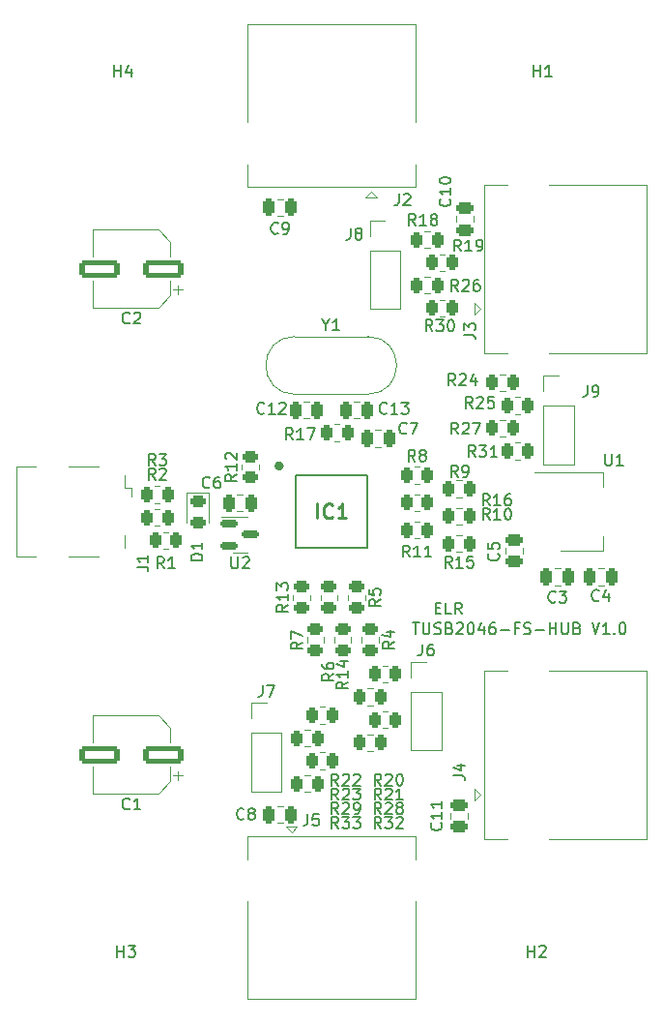
<source format=gto>
%TF.GenerationSoftware,KiCad,Pcbnew,(6.0.5)*%
%TF.CreationDate,2024-04-12T21:31:27+02:00*%
%TF.ProjectId,TUSB2046-FS-HUB,54555342-3230-4343-962d-46532d485542,rev?*%
%TF.SameCoordinates,Original*%
%TF.FileFunction,Legend,Top*%
%TF.FilePolarity,Positive*%
%FSLAX46Y46*%
G04 Gerber Fmt 4.6, Leading zero omitted, Abs format (unit mm)*
G04 Created by KiCad (PCBNEW (6.0.5)) date 2024-04-12 21:31:27*
%MOMM*%
%LPD*%
G01*
G04 APERTURE LIST*
G04 Aperture macros list*
%AMRoundRect*
0 Rectangle with rounded corners*
0 $1 Rounding radius*
0 $2 $3 $4 $5 $6 $7 $8 $9 X,Y pos of 4 corners*
0 Add a 4 corners polygon primitive as box body*
4,1,4,$2,$3,$4,$5,$6,$7,$8,$9,$2,$3,0*
0 Add four circle primitives for the rounded corners*
1,1,$1+$1,$2,$3*
1,1,$1+$1,$4,$5*
1,1,$1+$1,$6,$7*
1,1,$1+$1,$8,$9*
0 Add four rect primitives between the rounded corners*
20,1,$1+$1,$2,$3,$4,$5,0*
20,1,$1+$1,$4,$5,$6,$7,0*
20,1,$1+$1,$6,$7,$8,$9,0*
20,1,$1+$1,$8,$9,$2,$3,0*%
G04 Aperture macros list end*
%ADD10C,0.150000*%
%ADD11C,0.254000*%
%ADD12C,0.120000*%
%ADD13C,0.200000*%
%ADD14C,0.400000*%
%ADD15R,1.524000X1.524000*%
%ADD16C,1.524000*%
%ADD17C,3.500000*%
%ADD18RoundRect,0.250000X0.262500X0.450000X-0.262500X0.450000X-0.262500X-0.450000X0.262500X-0.450000X0*%
%ADD19RoundRect,0.250000X-0.262500X-0.450000X0.262500X-0.450000X0.262500X0.450000X-0.262500X0.450000X0*%
%ADD20RoundRect,0.250000X0.450000X-0.262500X0.450000X0.262500X-0.450000X0.262500X-0.450000X-0.262500X0*%
%ADD21C,6.400000*%
%ADD22RoundRect,0.150000X-0.587500X-0.150000X0.587500X-0.150000X0.587500X0.150000X-0.587500X0.150000X0*%
%ADD23RoundRect,0.250000X-0.475000X0.250000X-0.475000X-0.250000X0.475000X-0.250000X0.475000X0.250000X0*%
%ADD24RoundRect,0.250000X-0.250000X-0.475000X0.250000X-0.475000X0.250000X0.475000X-0.250000X0.475000X0*%
%ADD25R,2.000000X1.500000*%
%ADD26R,2.000000X3.800000*%
%ADD27C,1.500000*%
%ADD28RoundRect,0.250000X0.250000X0.475000X-0.250000X0.475000X-0.250000X-0.475000X0.250000X-0.475000X0*%
%ADD29R,1.700000X1.700000*%
%ADD30O,1.700000X1.700000*%
%ADD31RoundRect,0.250000X1.500000X0.550000X-1.500000X0.550000X-1.500000X-0.550000X1.500000X-0.550000X0*%
%ADD32RoundRect,0.250000X-0.450000X0.262500X-0.450000X-0.262500X0.450000X-0.262500X0.450000X0.262500X0*%
%ADD33RoundRect,0.243750X-0.456250X0.243750X-0.456250X-0.243750X0.456250X-0.243750X0.456250X0.243750X0*%
%ADD34R,1.475000X0.600000*%
%ADD35R,0.600000X1.475000*%
%ADD36C,0.900000*%
%ADD37R,2.500000X0.500000*%
%ADD38R,2.500000X2.000000*%
G04 APERTURE END LIST*
D10*
X159619047Y-102202380D02*
X160190476Y-102202380D01*
X159904761Y-103202380D02*
X159904761Y-102202380D01*
X160523809Y-102202380D02*
X160523809Y-103011904D01*
X160571428Y-103107142D01*
X160619047Y-103154761D01*
X160714285Y-103202380D01*
X160904761Y-103202380D01*
X161000000Y-103154761D01*
X161047619Y-103107142D01*
X161095238Y-103011904D01*
X161095238Y-102202380D01*
X161523809Y-103154761D02*
X161666666Y-103202380D01*
X161904761Y-103202380D01*
X162000000Y-103154761D01*
X162047619Y-103107142D01*
X162095238Y-103011904D01*
X162095238Y-102916666D01*
X162047619Y-102821428D01*
X162000000Y-102773809D01*
X161904761Y-102726190D01*
X161714285Y-102678571D01*
X161619047Y-102630952D01*
X161571428Y-102583333D01*
X161523809Y-102488095D01*
X161523809Y-102392857D01*
X161571428Y-102297619D01*
X161619047Y-102250000D01*
X161714285Y-102202380D01*
X161952380Y-102202380D01*
X162095238Y-102250000D01*
X162857142Y-102678571D02*
X163000000Y-102726190D01*
X163047619Y-102773809D01*
X163095238Y-102869047D01*
X163095238Y-103011904D01*
X163047619Y-103107142D01*
X163000000Y-103154761D01*
X162904761Y-103202380D01*
X162523809Y-103202380D01*
X162523809Y-102202380D01*
X162857142Y-102202380D01*
X162952380Y-102250000D01*
X163000000Y-102297619D01*
X163047619Y-102392857D01*
X163047619Y-102488095D01*
X163000000Y-102583333D01*
X162952380Y-102630952D01*
X162857142Y-102678571D01*
X162523809Y-102678571D01*
X163476190Y-102297619D02*
X163523809Y-102250000D01*
X163619047Y-102202380D01*
X163857142Y-102202380D01*
X163952380Y-102250000D01*
X164000000Y-102297619D01*
X164047619Y-102392857D01*
X164047619Y-102488095D01*
X164000000Y-102630952D01*
X163428571Y-103202380D01*
X164047619Y-103202380D01*
X164666666Y-102202380D02*
X164761904Y-102202380D01*
X164857142Y-102250000D01*
X164904761Y-102297619D01*
X164952380Y-102392857D01*
X165000000Y-102583333D01*
X165000000Y-102821428D01*
X164952380Y-103011904D01*
X164904761Y-103107142D01*
X164857142Y-103154761D01*
X164761904Y-103202380D01*
X164666666Y-103202380D01*
X164571428Y-103154761D01*
X164523809Y-103107142D01*
X164476190Y-103011904D01*
X164428571Y-102821428D01*
X164428571Y-102583333D01*
X164476190Y-102392857D01*
X164523809Y-102297619D01*
X164571428Y-102250000D01*
X164666666Y-102202380D01*
X165857142Y-102535714D02*
X165857142Y-103202380D01*
X165619047Y-102154761D02*
X165380952Y-102869047D01*
X166000000Y-102869047D01*
X166809523Y-102202380D02*
X166619047Y-102202380D01*
X166523809Y-102250000D01*
X166476190Y-102297619D01*
X166380952Y-102440476D01*
X166333333Y-102630952D01*
X166333333Y-103011904D01*
X166380952Y-103107142D01*
X166428571Y-103154761D01*
X166523809Y-103202380D01*
X166714285Y-103202380D01*
X166809523Y-103154761D01*
X166857142Y-103107142D01*
X166904761Y-103011904D01*
X166904761Y-102773809D01*
X166857142Y-102678571D01*
X166809523Y-102630952D01*
X166714285Y-102583333D01*
X166523809Y-102583333D01*
X166428571Y-102630952D01*
X166380952Y-102678571D01*
X166333333Y-102773809D01*
X167333333Y-102821428D02*
X168095238Y-102821428D01*
X168904761Y-102678571D02*
X168571428Y-102678571D01*
X168571428Y-103202380D02*
X168571428Y-102202380D01*
X169047619Y-102202380D01*
X169380952Y-103154761D02*
X169523809Y-103202380D01*
X169761904Y-103202380D01*
X169857142Y-103154761D01*
X169904761Y-103107142D01*
X169952380Y-103011904D01*
X169952380Y-102916666D01*
X169904761Y-102821428D01*
X169857142Y-102773809D01*
X169761904Y-102726190D01*
X169571428Y-102678571D01*
X169476190Y-102630952D01*
X169428571Y-102583333D01*
X169380952Y-102488095D01*
X169380952Y-102392857D01*
X169428571Y-102297619D01*
X169476190Y-102250000D01*
X169571428Y-102202380D01*
X169809523Y-102202380D01*
X169952380Y-102250000D01*
X170380952Y-102821428D02*
X171142857Y-102821428D01*
X171619047Y-103202380D02*
X171619047Y-102202380D01*
X171619047Y-102678571D02*
X172190476Y-102678571D01*
X172190476Y-103202380D02*
X172190476Y-102202380D01*
X172666666Y-102202380D02*
X172666666Y-103011904D01*
X172714285Y-103107142D01*
X172761904Y-103154761D01*
X172857142Y-103202380D01*
X173047619Y-103202380D01*
X173142857Y-103154761D01*
X173190476Y-103107142D01*
X173238095Y-103011904D01*
X173238095Y-102202380D01*
X174047619Y-102678571D02*
X174190476Y-102726190D01*
X174238095Y-102773809D01*
X174285714Y-102869047D01*
X174285714Y-103011904D01*
X174238095Y-103107142D01*
X174190476Y-103154761D01*
X174095238Y-103202380D01*
X173714285Y-103202380D01*
X173714285Y-102202380D01*
X174047619Y-102202380D01*
X174142857Y-102250000D01*
X174190476Y-102297619D01*
X174238095Y-102392857D01*
X174238095Y-102488095D01*
X174190476Y-102583333D01*
X174142857Y-102630952D01*
X174047619Y-102678571D01*
X173714285Y-102678571D01*
X175333333Y-102202380D02*
X175666666Y-103202380D01*
X176000000Y-102202380D01*
X176857142Y-103202380D02*
X176285714Y-103202380D01*
X176571428Y-103202380D02*
X176571428Y-102202380D01*
X176476190Y-102345238D01*
X176380952Y-102440476D01*
X176285714Y-102488095D01*
X177285714Y-103107142D02*
X177333333Y-103154761D01*
X177285714Y-103202380D01*
X177238095Y-103154761D01*
X177285714Y-103107142D01*
X177285714Y-103202380D01*
X177952380Y-102202380D02*
X178047619Y-102202380D01*
X178142857Y-102250000D01*
X178190476Y-102297619D01*
X178238095Y-102392857D01*
X178285714Y-102583333D01*
X178285714Y-102821428D01*
X178238095Y-103011904D01*
X178190476Y-103107142D01*
X178142857Y-103154761D01*
X178047619Y-103202380D01*
X177952380Y-103202380D01*
X177857142Y-103154761D01*
X177809523Y-103107142D01*
X177761904Y-103011904D01*
X177714285Y-102821428D01*
X177714285Y-102583333D01*
X177761904Y-102392857D01*
X177809523Y-102297619D01*
X177857142Y-102250000D01*
X177952380Y-102202380D01*
X161630952Y-100928571D02*
X161964285Y-100928571D01*
X162107142Y-101452380D02*
X161630952Y-101452380D01*
X161630952Y-100452380D01*
X162107142Y-100452380D01*
X163011904Y-101452380D02*
X162535714Y-101452380D01*
X162535714Y-100452380D01*
X163916666Y-101452380D02*
X163583333Y-100976190D01*
X163345238Y-101452380D02*
X163345238Y-100452380D01*
X163726190Y-100452380D01*
X163821428Y-100500000D01*
X163869047Y-100547619D01*
X163916666Y-100642857D01*
X163916666Y-100785714D01*
X163869047Y-100880952D01*
X163821428Y-100928571D01*
X163726190Y-100976190D01*
X163345238Y-100976190D01*
%TO.C,J5*%
X150416666Y-118952380D02*
X150416666Y-119666666D01*
X150369047Y-119809523D01*
X150273809Y-119904761D01*
X150130952Y-119952380D01*
X150035714Y-119952380D01*
X151369047Y-118952380D02*
X150892857Y-118952380D01*
X150845238Y-119428571D01*
X150892857Y-119380952D01*
X150988095Y-119333333D01*
X151226190Y-119333333D01*
X151321428Y-119380952D01*
X151369047Y-119428571D01*
X151416666Y-119523809D01*
X151416666Y-119761904D01*
X151369047Y-119857142D01*
X151321428Y-119904761D01*
X151226190Y-119952380D01*
X150988095Y-119952380D01*
X150892857Y-119904761D01*
X150845238Y-119857142D01*
%TO.C,R27*%
X163607142Y-85702380D02*
X163273809Y-85226190D01*
X163035714Y-85702380D02*
X163035714Y-84702380D01*
X163416666Y-84702380D01*
X163511904Y-84750000D01*
X163559523Y-84797619D01*
X163607142Y-84892857D01*
X163607142Y-85035714D01*
X163559523Y-85130952D01*
X163511904Y-85178571D01*
X163416666Y-85226190D01*
X163035714Y-85226190D01*
X163988095Y-84797619D02*
X164035714Y-84750000D01*
X164130952Y-84702380D01*
X164369047Y-84702380D01*
X164464285Y-84750000D01*
X164511904Y-84797619D01*
X164559523Y-84892857D01*
X164559523Y-84988095D01*
X164511904Y-85130952D01*
X163940476Y-85702380D01*
X164559523Y-85702380D01*
X164892857Y-84702380D02*
X165559523Y-84702380D01*
X165130952Y-85702380D01*
%TO.C,R8*%
X159833333Y-88102380D02*
X159500000Y-87626190D01*
X159261904Y-88102380D02*
X159261904Y-87102380D01*
X159642857Y-87102380D01*
X159738095Y-87150000D01*
X159785714Y-87197619D01*
X159833333Y-87292857D01*
X159833333Y-87435714D01*
X159785714Y-87530952D01*
X159738095Y-87578571D01*
X159642857Y-87626190D01*
X159261904Y-87626190D01*
X160404761Y-87530952D02*
X160309523Y-87483333D01*
X160261904Y-87435714D01*
X160214285Y-87340476D01*
X160214285Y-87292857D01*
X160261904Y-87197619D01*
X160309523Y-87150000D01*
X160404761Y-87102380D01*
X160595238Y-87102380D01*
X160690476Y-87150000D01*
X160738095Y-87197619D01*
X160785714Y-87292857D01*
X160785714Y-87340476D01*
X160738095Y-87435714D01*
X160690476Y-87483333D01*
X160595238Y-87530952D01*
X160404761Y-87530952D01*
X160309523Y-87578571D01*
X160261904Y-87626190D01*
X160214285Y-87721428D01*
X160214285Y-87911904D01*
X160261904Y-88007142D01*
X160309523Y-88054761D01*
X160404761Y-88102380D01*
X160595238Y-88102380D01*
X160690476Y-88054761D01*
X160738095Y-88007142D01*
X160785714Y-87911904D01*
X160785714Y-87721428D01*
X160738095Y-87626190D01*
X160690476Y-87578571D01*
X160595238Y-87530952D01*
%TO.C,R12*%
X144202380Y-89242857D02*
X143726190Y-89576190D01*
X144202380Y-89814285D02*
X143202380Y-89814285D01*
X143202380Y-89433333D01*
X143250000Y-89338095D01*
X143297619Y-89290476D01*
X143392857Y-89242857D01*
X143535714Y-89242857D01*
X143630952Y-89290476D01*
X143678571Y-89338095D01*
X143726190Y-89433333D01*
X143726190Y-89814285D01*
X144202380Y-88290476D02*
X144202380Y-88861904D01*
X144202380Y-88576190D02*
X143202380Y-88576190D01*
X143345238Y-88671428D01*
X143440476Y-88766666D01*
X143488095Y-88861904D01*
X143297619Y-87909523D02*
X143250000Y-87861904D01*
X143202380Y-87766666D01*
X143202380Y-87528571D01*
X143250000Y-87433333D01*
X143297619Y-87385714D01*
X143392857Y-87338095D01*
X143488095Y-87338095D01*
X143630952Y-87385714D01*
X144202380Y-87957142D01*
X144202380Y-87338095D01*
%TO.C,H1*%
X170238095Y-54452380D02*
X170238095Y-53452380D01*
X170238095Y-53928571D02*
X170809523Y-53928571D01*
X170809523Y-54452380D02*
X170809523Y-53452380D01*
X171809523Y-54452380D02*
X171238095Y-54452380D01*
X171523809Y-54452380D02*
X171523809Y-53452380D01*
X171428571Y-53595238D01*
X171333333Y-53690476D01*
X171238095Y-53738095D01*
%TO.C,U2*%
X143738095Y-96452380D02*
X143738095Y-97261904D01*
X143785714Y-97357142D01*
X143833333Y-97404761D01*
X143928571Y-97452380D01*
X144119047Y-97452380D01*
X144214285Y-97404761D01*
X144261904Y-97357142D01*
X144309523Y-97261904D01*
X144309523Y-96452380D01*
X144738095Y-96547619D02*
X144785714Y-96500000D01*
X144880952Y-96452380D01*
X145119047Y-96452380D01*
X145214285Y-96500000D01*
X145261904Y-96547619D01*
X145309523Y-96642857D01*
X145309523Y-96738095D01*
X145261904Y-96880952D01*
X144690476Y-97452380D01*
X145309523Y-97452380D01*
%TO.C,R1*%
X137833333Y-97452380D02*
X137500000Y-96976190D01*
X137261904Y-97452380D02*
X137261904Y-96452380D01*
X137642857Y-96452380D01*
X137738095Y-96500000D01*
X137785714Y-96547619D01*
X137833333Y-96642857D01*
X137833333Y-96785714D01*
X137785714Y-96880952D01*
X137738095Y-96928571D01*
X137642857Y-96976190D01*
X137261904Y-96976190D01*
X138785714Y-97452380D02*
X138214285Y-97452380D01*
X138500000Y-97452380D02*
X138500000Y-96452380D01*
X138404761Y-96595238D01*
X138309523Y-96690476D01*
X138214285Y-96738095D01*
%TO.C,C5*%
X167107142Y-96166666D02*
X167154761Y-96214285D01*
X167202380Y-96357142D01*
X167202380Y-96452380D01*
X167154761Y-96595238D01*
X167059523Y-96690476D01*
X166964285Y-96738095D01*
X166773809Y-96785714D01*
X166630952Y-96785714D01*
X166440476Y-96738095D01*
X166345238Y-96690476D01*
X166250000Y-96595238D01*
X166202380Y-96452380D01*
X166202380Y-96357142D01*
X166250000Y-96214285D01*
X166297619Y-96166666D01*
X166202380Y-95261904D02*
X166202380Y-95738095D01*
X166678571Y-95785714D01*
X166630952Y-95738095D01*
X166583333Y-95642857D01*
X166583333Y-95404761D01*
X166630952Y-95309523D01*
X166678571Y-95261904D01*
X166773809Y-95214285D01*
X167011904Y-95214285D01*
X167107142Y-95261904D01*
X167154761Y-95309523D01*
X167202380Y-95404761D01*
X167202380Y-95642857D01*
X167154761Y-95738095D01*
X167107142Y-95785714D01*
%TO.C,C3*%
X172133333Y-100357142D02*
X172085714Y-100404761D01*
X171942857Y-100452380D01*
X171847619Y-100452380D01*
X171704761Y-100404761D01*
X171609523Y-100309523D01*
X171561904Y-100214285D01*
X171514285Y-100023809D01*
X171514285Y-99880952D01*
X171561904Y-99690476D01*
X171609523Y-99595238D01*
X171704761Y-99500000D01*
X171847619Y-99452380D01*
X171942857Y-99452380D01*
X172085714Y-99500000D01*
X172133333Y-99547619D01*
X172466666Y-99452380D02*
X173085714Y-99452380D01*
X172752380Y-99833333D01*
X172895238Y-99833333D01*
X172990476Y-99880952D01*
X173038095Y-99928571D01*
X173085714Y-100023809D01*
X173085714Y-100261904D01*
X173038095Y-100357142D01*
X172990476Y-100404761D01*
X172895238Y-100452380D01*
X172609523Y-100452380D01*
X172514285Y-100404761D01*
X172466666Y-100357142D01*
%TO.C,H4*%
X133488095Y-54452380D02*
X133488095Y-53452380D01*
X133488095Y-53928571D02*
X134059523Y-53928571D01*
X134059523Y-54452380D02*
X134059523Y-53452380D01*
X134964285Y-53785714D02*
X134964285Y-54452380D01*
X134726190Y-53404761D02*
X134488095Y-54119047D01*
X135107142Y-54119047D01*
%TO.C,U1*%
X176488095Y-87452380D02*
X176488095Y-88261904D01*
X176535714Y-88357142D01*
X176583333Y-88404761D01*
X176678571Y-88452380D01*
X176869047Y-88452380D01*
X176964285Y-88404761D01*
X177011904Y-88357142D01*
X177059523Y-88261904D01*
X177059523Y-87452380D01*
X178059523Y-88452380D02*
X177488095Y-88452380D01*
X177773809Y-88452380D02*
X177773809Y-87452380D01*
X177678571Y-87595238D01*
X177583333Y-87690476D01*
X177488095Y-87738095D01*
%TO.C,H3*%
X133738095Y-131452380D02*
X133738095Y-130452380D01*
X133738095Y-130928571D02*
X134309523Y-130928571D01*
X134309523Y-131452380D02*
X134309523Y-130452380D01*
X134690476Y-130452380D02*
X135309523Y-130452380D01*
X134976190Y-130833333D01*
X135119047Y-130833333D01*
X135214285Y-130880952D01*
X135261904Y-130928571D01*
X135309523Y-131023809D01*
X135309523Y-131261904D01*
X135261904Y-131357142D01*
X135214285Y-131404761D01*
X135119047Y-131452380D01*
X134833333Y-131452380D01*
X134738095Y-131404761D01*
X134690476Y-131357142D01*
%TO.C,C11*%
X162107142Y-119742857D02*
X162154761Y-119790476D01*
X162202380Y-119933333D01*
X162202380Y-120028571D01*
X162154761Y-120171428D01*
X162059523Y-120266666D01*
X161964285Y-120314285D01*
X161773809Y-120361904D01*
X161630952Y-120361904D01*
X161440476Y-120314285D01*
X161345238Y-120266666D01*
X161250000Y-120171428D01*
X161202380Y-120028571D01*
X161202380Y-119933333D01*
X161250000Y-119790476D01*
X161297619Y-119742857D01*
X162202380Y-118790476D02*
X162202380Y-119361904D01*
X162202380Y-119076190D02*
X161202380Y-119076190D01*
X161345238Y-119171428D01*
X161440476Y-119266666D01*
X161488095Y-119361904D01*
X162202380Y-117838095D02*
X162202380Y-118409523D01*
X162202380Y-118123809D02*
X161202380Y-118123809D01*
X161345238Y-118219047D01*
X161440476Y-118314285D01*
X161488095Y-118409523D01*
%TO.C,Y1*%
X152013809Y-76151190D02*
X152013809Y-76627380D01*
X151680476Y-75627380D02*
X152013809Y-76151190D01*
X152347142Y-75627380D01*
X153204285Y-76627380D02*
X152632857Y-76627380D01*
X152918571Y-76627380D02*
X152918571Y-75627380D01*
X152823333Y-75770238D01*
X152728095Y-75865476D01*
X152632857Y-75913095D01*
%TO.C,R30*%
X161357142Y-76702380D02*
X161023809Y-76226190D01*
X160785714Y-76702380D02*
X160785714Y-75702380D01*
X161166666Y-75702380D01*
X161261904Y-75750000D01*
X161309523Y-75797619D01*
X161357142Y-75892857D01*
X161357142Y-76035714D01*
X161309523Y-76130952D01*
X161261904Y-76178571D01*
X161166666Y-76226190D01*
X160785714Y-76226190D01*
X161690476Y-75702380D02*
X162309523Y-75702380D01*
X161976190Y-76083333D01*
X162119047Y-76083333D01*
X162214285Y-76130952D01*
X162261904Y-76178571D01*
X162309523Y-76273809D01*
X162309523Y-76511904D01*
X162261904Y-76607142D01*
X162214285Y-76654761D01*
X162119047Y-76702380D01*
X161833333Y-76702380D01*
X161738095Y-76654761D01*
X161690476Y-76607142D01*
X162928571Y-75702380D02*
X163023809Y-75702380D01*
X163119047Y-75750000D01*
X163166666Y-75797619D01*
X163214285Y-75892857D01*
X163261904Y-76083333D01*
X163261904Y-76321428D01*
X163214285Y-76511904D01*
X163166666Y-76607142D01*
X163119047Y-76654761D01*
X163023809Y-76702380D01*
X162928571Y-76702380D01*
X162833333Y-76654761D01*
X162785714Y-76607142D01*
X162738095Y-76511904D01*
X162690476Y-76321428D01*
X162690476Y-76083333D01*
X162738095Y-75892857D01*
X162785714Y-75797619D01*
X162833333Y-75750000D01*
X162928571Y-75702380D01*
%TO.C,R15*%
X163057142Y-97402380D02*
X162723809Y-96926190D01*
X162485714Y-97402380D02*
X162485714Y-96402380D01*
X162866666Y-96402380D01*
X162961904Y-96450000D01*
X163009523Y-96497619D01*
X163057142Y-96592857D01*
X163057142Y-96735714D01*
X163009523Y-96830952D01*
X162961904Y-96878571D01*
X162866666Y-96926190D01*
X162485714Y-96926190D01*
X164009523Y-97402380D02*
X163438095Y-97402380D01*
X163723809Y-97402380D02*
X163723809Y-96402380D01*
X163628571Y-96545238D01*
X163533333Y-96640476D01*
X163438095Y-96688095D01*
X164914285Y-96402380D02*
X164438095Y-96402380D01*
X164390476Y-96878571D01*
X164438095Y-96830952D01*
X164533333Y-96783333D01*
X164771428Y-96783333D01*
X164866666Y-96830952D01*
X164914285Y-96878571D01*
X164961904Y-96973809D01*
X164961904Y-97211904D01*
X164914285Y-97307142D01*
X164866666Y-97354761D01*
X164771428Y-97402380D01*
X164533333Y-97402380D01*
X164438095Y-97354761D01*
X164390476Y-97307142D01*
%TO.C,J4*%
X163202380Y-115583333D02*
X163916666Y-115583333D01*
X164059523Y-115630952D01*
X164154761Y-115726190D01*
X164202380Y-115869047D01*
X164202380Y-115964285D01*
X163535714Y-114678571D02*
X164202380Y-114678571D01*
X163154761Y-114916666D02*
X163869047Y-115154761D01*
X163869047Y-114535714D01*
%TO.C,H2*%
X169738095Y-131452380D02*
X169738095Y-130452380D01*
X169738095Y-130928571D02*
X170309523Y-130928571D01*
X170309523Y-131452380D02*
X170309523Y-130452380D01*
X170738095Y-130547619D02*
X170785714Y-130500000D01*
X170880952Y-130452380D01*
X171119047Y-130452380D01*
X171214285Y-130500000D01*
X171261904Y-130547619D01*
X171309523Y-130642857D01*
X171309523Y-130738095D01*
X171261904Y-130880952D01*
X170690476Y-131452380D01*
X171309523Y-131452380D01*
%TO.C,C13*%
X157357142Y-83857142D02*
X157309523Y-83904761D01*
X157166666Y-83952380D01*
X157071428Y-83952380D01*
X156928571Y-83904761D01*
X156833333Y-83809523D01*
X156785714Y-83714285D01*
X156738095Y-83523809D01*
X156738095Y-83380952D01*
X156785714Y-83190476D01*
X156833333Y-83095238D01*
X156928571Y-83000000D01*
X157071428Y-82952380D01*
X157166666Y-82952380D01*
X157309523Y-83000000D01*
X157357142Y-83047619D01*
X158309523Y-83952380D02*
X157738095Y-83952380D01*
X158023809Y-83952380D02*
X158023809Y-82952380D01*
X157928571Y-83095238D01*
X157833333Y-83190476D01*
X157738095Y-83238095D01*
X158642857Y-82952380D02*
X159261904Y-82952380D01*
X158928571Y-83333333D01*
X159071428Y-83333333D01*
X159166666Y-83380952D01*
X159214285Y-83428571D01*
X159261904Y-83523809D01*
X159261904Y-83761904D01*
X159214285Y-83857142D01*
X159166666Y-83904761D01*
X159071428Y-83952380D01*
X158785714Y-83952380D01*
X158690476Y-83904761D01*
X158642857Y-83857142D01*
%TO.C,R11*%
X159357142Y-96452380D02*
X159023809Y-95976190D01*
X158785714Y-96452380D02*
X158785714Y-95452380D01*
X159166666Y-95452380D01*
X159261904Y-95500000D01*
X159309523Y-95547619D01*
X159357142Y-95642857D01*
X159357142Y-95785714D01*
X159309523Y-95880952D01*
X159261904Y-95928571D01*
X159166666Y-95976190D01*
X158785714Y-95976190D01*
X160309523Y-96452380D02*
X159738095Y-96452380D01*
X160023809Y-96452380D02*
X160023809Y-95452380D01*
X159928571Y-95595238D01*
X159833333Y-95690476D01*
X159738095Y-95738095D01*
X161261904Y-96452380D02*
X160690476Y-96452380D01*
X160976190Y-96452380D02*
X160976190Y-95452380D01*
X160880952Y-95595238D01*
X160785714Y-95690476D01*
X160690476Y-95738095D01*
%TO.C,R33*%
X153107142Y-120202380D02*
X152773809Y-119726190D01*
X152535714Y-120202380D02*
X152535714Y-119202380D01*
X152916666Y-119202380D01*
X153011904Y-119250000D01*
X153059523Y-119297619D01*
X153107142Y-119392857D01*
X153107142Y-119535714D01*
X153059523Y-119630952D01*
X153011904Y-119678571D01*
X152916666Y-119726190D01*
X152535714Y-119726190D01*
X153440476Y-119202380D02*
X154059523Y-119202380D01*
X153726190Y-119583333D01*
X153869047Y-119583333D01*
X153964285Y-119630952D01*
X154011904Y-119678571D01*
X154059523Y-119773809D01*
X154059523Y-120011904D01*
X154011904Y-120107142D01*
X153964285Y-120154761D01*
X153869047Y-120202380D01*
X153583333Y-120202380D01*
X153488095Y-120154761D01*
X153440476Y-120107142D01*
X154392857Y-119202380D02*
X155011904Y-119202380D01*
X154678571Y-119583333D01*
X154821428Y-119583333D01*
X154916666Y-119630952D01*
X154964285Y-119678571D01*
X155011904Y-119773809D01*
X155011904Y-120011904D01*
X154964285Y-120107142D01*
X154916666Y-120154761D01*
X154821428Y-120202380D01*
X154535714Y-120202380D01*
X154440476Y-120154761D01*
X154392857Y-120107142D01*
%TO.C,R3*%
X137083333Y-88452380D02*
X136750000Y-87976190D01*
X136511904Y-88452380D02*
X136511904Y-87452380D01*
X136892857Y-87452380D01*
X136988095Y-87500000D01*
X137035714Y-87547619D01*
X137083333Y-87642857D01*
X137083333Y-87785714D01*
X137035714Y-87880952D01*
X136988095Y-87928571D01*
X136892857Y-87976190D01*
X136511904Y-87976190D01*
X137416666Y-87452380D02*
X138035714Y-87452380D01*
X137702380Y-87833333D01*
X137845238Y-87833333D01*
X137940476Y-87880952D01*
X137988095Y-87928571D01*
X138035714Y-88023809D01*
X138035714Y-88261904D01*
X137988095Y-88357142D01*
X137940476Y-88404761D01*
X137845238Y-88452380D01*
X137559523Y-88452380D01*
X137464285Y-88404761D01*
X137416666Y-88357142D01*
%TO.C,R18*%
X159857142Y-67452380D02*
X159523809Y-66976190D01*
X159285714Y-67452380D02*
X159285714Y-66452380D01*
X159666666Y-66452380D01*
X159761904Y-66500000D01*
X159809523Y-66547619D01*
X159857142Y-66642857D01*
X159857142Y-66785714D01*
X159809523Y-66880952D01*
X159761904Y-66928571D01*
X159666666Y-66976190D01*
X159285714Y-66976190D01*
X160809523Y-67452380D02*
X160238095Y-67452380D01*
X160523809Y-67452380D02*
X160523809Y-66452380D01*
X160428571Y-66595238D01*
X160333333Y-66690476D01*
X160238095Y-66738095D01*
X161380952Y-66880952D02*
X161285714Y-66833333D01*
X161238095Y-66785714D01*
X161190476Y-66690476D01*
X161190476Y-66642857D01*
X161238095Y-66547619D01*
X161285714Y-66500000D01*
X161380952Y-66452380D01*
X161571428Y-66452380D01*
X161666666Y-66500000D01*
X161714285Y-66547619D01*
X161761904Y-66642857D01*
X161761904Y-66690476D01*
X161714285Y-66785714D01*
X161666666Y-66833333D01*
X161571428Y-66880952D01*
X161380952Y-66880952D01*
X161285714Y-66928571D01*
X161238095Y-66976190D01*
X161190476Y-67071428D01*
X161190476Y-67261904D01*
X161238095Y-67357142D01*
X161285714Y-67404761D01*
X161380952Y-67452380D01*
X161571428Y-67452380D01*
X161666666Y-67404761D01*
X161714285Y-67357142D01*
X161761904Y-67261904D01*
X161761904Y-67071428D01*
X161714285Y-66976190D01*
X161666666Y-66928571D01*
X161571428Y-66880952D01*
%TO.C,R2*%
X137083333Y-89702380D02*
X136750000Y-89226190D01*
X136511904Y-89702380D02*
X136511904Y-88702380D01*
X136892857Y-88702380D01*
X136988095Y-88750000D01*
X137035714Y-88797619D01*
X137083333Y-88892857D01*
X137083333Y-89035714D01*
X137035714Y-89130952D01*
X136988095Y-89178571D01*
X136892857Y-89226190D01*
X136511904Y-89226190D01*
X137464285Y-88797619D02*
X137511904Y-88750000D01*
X137607142Y-88702380D01*
X137845238Y-88702380D01*
X137940476Y-88750000D01*
X137988095Y-88797619D01*
X138035714Y-88892857D01*
X138035714Y-88988095D01*
X137988095Y-89130952D01*
X137416666Y-89702380D01*
X138035714Y-89702380D01*
%TO.C,R32*%
X156857142Y-120202380D02*
X156523809Y-119726190D01*
X156285714Y-120202380D02*
X156285714Y-119202380D01*
X156666666Y-119202380D01*
X156761904Y-119250000D01*
X156809523Y-119297619D01*
X156857142Y-119392857D01*
X156857142Y-119535714D01*
X156809523Y-119630952D01*
X156761904Y-119678571D01*
X156666666Y-119726190D01*
X156285714Y-119726190D01*
X157190476Y-119202380D02*
X157809523Y-119202380D01*
X157476190Y-119583333D01*
X157619047Y-119583333D01*
X157714285Y-119630952D01*
X157761904Y-119678571D01*
X157809523Y-119773809D01*
X157809523Y-120011904D01*
X157761904Y-120107142D01*
X157714285Y-120154761D01*
X157619047Y-120202380D01*
X157333333Y-120202380D01*
X157238095Y-120154761D01*
X157190476Y-120107142D01*
X158190476Y-119297619D02*
X158238095Y-119250000D01*
X158333333Y-119202380D01*
X158571428Y-119202380D01*
X158666666Y-119250000D01*
X158714285Y-119297619D01*
X158761904Y-119392857D01*
X158761904Y-119488095D01*
X158714285Y-119630952D01*
X158142857Y-120202380D01*
X158761904Y-120202380D01*
%TO.C,J6*%
X160466666Y-104097380D02*
X160466666Y-104811666D01*
X160419047Y-104954523D01*
X160323809Y-105049761D01*
X160180952Y-105097380D01*
X160085714Y-105097380D01*
X161371428Y-104097380D02*
X161180952Y-104097380D01*
X161085714Y-104145000D01*
X161038095Y-104192619D01*
X160942857Y-104335476D01*
X160895238Y-104525952D01*
X160895238Y-104906904D01*
X160942857Y-105002142D01*
X160990476Y-105049761D01*
X161085714Y-105097380D01*
X161276190Y-105097380D01*
X161371428Y-105049761D01*
X161419047Y-105002142D01*
X161466666Y-104906904D01*
X161466666Y-104668809D01*
X161419047Y-104573571D01*
X161371428Y-104525952D01*
X161276190Y-104478333D01*
X161085714Y-104478333D01*
X160990476Y-104525952D01*
X160942857Y-104573571D01*
X160895238Y-104668809D01*
%TO.C,J2*%
X158416666Y-64702380D02*
X158416666Y-65416666D01*
X158369047Y-65559523D01*
X158273809Y-65654761D01*
X158130952Y-65702380D01*
X158035714Y-65702380D01*
X158845238Y-64797619D02*
X158892857Y-64750000D01*
X158988095Y-64702380D01*
X159226190Y-64702380D01*
X159321428Y-64750000D01*
X159369047Y-64797619D01*
X159416666Y-64892857D01*
X159416666Y-64988095D01*
X159369047Y-65130952D01*
X158797619Y-65702380D01*
X159416666Y-65702380D01*
%TO.C,R10*%
X166357142Y-93202380D02*
X166023809Y-92726190D01*
X165785714Y-93202380D02*
X165785714Y-92202380D01*
X166166666Y-92202380D01*
X166261904Y-92250000D01*
X166309523Y-92297619D01*
X166357142Y-92392857D01*
X166357142Y-92535714D01*
X166309523Y-92630952D01*
X166261904Y-92678571D01*
X166166666Y-92726190D01*
X165785714Y-92726190D01*
X167309523Y-93202380D02*
X166738095Y-93202380D01*
X167023809Y-93202380D02*
X167023809Y-92202380D01*
X166928571Y-92345238D01*
X166833333Y-92440476D01*
X166738095Y-92488095D01*
X167928571Y-92202380D02*
X168023809Y-92202380D01*
X168119047Y-92250000D01*
X168166666Y-92297619D01*
X168214285Y-92392857D01*
X168261904Y-92583333D01*
X168261904Y-92821428D01*
X168214285Y-93011904D01*
X168166666Y-93107142D01*
X168119047Y-93154761D01*
X168023809Y-93202380D01*
X167928571Y-93202380D01*
X167833333Y-93154761D01*
X167785714Y-93107142D01*
X167738095Y-93011904D01*
X167690476Y-92821428D01*
X167690476Y-92583333D01*
X167738095Y-92392857D01*
X167785714Y-92297619D01*
X167833333Y-92250000D01*
X167928571Y-92202380D01*
%TO.C,J7*%
X146466666Y-107682380D02*
X146466666Y-108396666D01*
X146419047Y-108539523D01*
X146323809Y-108634761D01*
X146180952Y-108682380D01*
X146085714Y-108682380D01*
X146847619Y-107682380D02*
X147514285Y-107682380D01*
X147085714Y-108682380D01*
%TO.C,C2*%
X134833333Y-75957142D02*
X134785714Y-76004761D01*
X134642857Y-76052380D01*
X134547619Y-76052380D01*
X134404761Y-76004761D01*
X134309523Y-75909523D01*
X134261904Y-75814285D01*
X134214285Y-75623809D01*
X134214285Y-75480952D01*
X134261904Y-75290476D01*
X134309523Y-75195238D01*
X134404761Y-75100000D01*
X134547619Y-75052380D01*
X134642857Y-75052380D01*
X134785714Y-75100000D01*
X134833333Y-75147619D01*
X135214285Y-75147619D02*
X135261904Y-75100000D01*
X135357142Y-75052380D01*
X135595238Y-75052380D01*
X135690476Y-75100000D01*
X135738095Y-75147619D01*
X135785714Y-75242857D01*
X135785714Y-75338095D01*
X135738095Y-75480952D01*
X135166666Y-76052380D01*
X135785714Y-76052380D01*
%TO.C,R5*%
X156802380Y-100166666D02*
X156326190Y-100500000D01*
X156802380Y-100738095D02*
X155802380Y-100738095D01*
X155802380Y-100357142D01*
X155850000Y-100261904D01*
X155897619Y-100214285D01*
X155992857Y-100166666D01*
X156135714Y-100166666D01*
X156230952Y-100214285D01*
X156278571Y-100261904D01*
X156326190Y-100357142D01*
X156326190Y-100738095D01*
X155802380Y-99261904D02*
X155802380Y-99738095D01*
X156278571Y-99785714D01*
X156230952Y-99738095D01*
X156183333Y-99642857D01*
X156183333Y-99404761D01*
X156230952Y-99309523D01*
X156278571Y-99261904D01*
X156373809Y-99214285D01*
X156611904Y-99214285D01*
X156707142Y-99261904D01*
X156754761Y-99309523D01*
X156802380Y-99404761D01*
X156802380Y-99642857D01*
X156754761Y-99738095D01*
X156707142Y-99785714D01*
%TO.C,R9*%
X163583333Y-89452380D02*
X163250000Y-88976190D01*
X163011904Y-89452380D02*
X163011904Y-88452380D01*
X163392857Y-88452380D01*
X163488095Y-88500000D01*
X163535714Y-88547619D01*
X163583333Y-88642857D01*
X163583333Y-88785714D01*
X163535714Y-88880952D01*
X163488095Y-88928571D01*
X163392857Y-88976190D01*
X163011904Y-88976190D01*
X164059523Y-89452380D02*
X164250000Y-89452380D01*
X164345238Y-89404761D01*
X164392857Y-89357142D01*
X164488095Y-89214285D01*
X164535714Y-89023809D01*
X164535714Y-88642857D01*
X164488095Y-88547619D01*
X164440476Y-88500000D01*
X164345238Y-88452380D01*
X164154761Y-88452380D01*
X164059523Y-88500000D01*
X164011904Y-88547619D01*
X163964285Y-88642857D01*
X163964285Y-88880952D01*
X164011904Y-88976190D01*
X164059523Y-89023809D01*
X164154761Y-89071428D01*
X164345238Y-89071428D01*
X164440476Y-89023809D01*
X164488095Y-88976190D01*
X164535714Y-88880952D01*
%TO.C,D1*%
X141202380Y-96738095D02*
X140202380Y-96738095D01*
X140202380Y-96500000D01*
X140250000Y-96357142D01*
X140345238Y-96261904D01*
X140440476Y-96214285D01*
X140630952Y-96166666D01*
X140773809Y-96166666D01*
X140964285Y-96214285D01*
X141059523Y-96261904D01*
X141154761Y-96357142D01*
X141202380Y-96500000D01*
X141202380Y-96738095D01*
X141202380Y-95214285D02*
X141202380Y-95785714D01*
X141202380Y-95500000D02*
X140202380Y-95500000D01*
X140345238Y-95595238D01*
X140440476Y-95690476D01*
X140488095Y-95785714D01*
%TO.C,R19*%
X163857142Y-69702380D02*
X163523809Y-69226190D01*
X163285714Y-69702380D02*
X163285714Y-68702380D01*
X163666666Y-68702380D01*
X163761904Y-68750000D01*
X163809523Y-68797619D01*
X163857142Y-68892857D01*
X163857142Y-69035714D01*
X163809523Y-69130952D01*
X163761904Y-69178571D01*
X163666666Y-69226190D01*
X163285714Y-69226190D01*
X164809523Y-69702380D02*
X164238095Y-69702380D01*
X164523809Y-69702380D02*
X164523809Y-68702380D01*
X164428571Y-68845238D01*
X164333333Y-68940476D01*
X164238095Y-68988095D01*
X165285714Y-69702380D02*
X165476190Y-69702380D01*
X165571428Y-69654761D01*
X165619047Y-69607142D01*
X165714285Y-69464285D01*
X165761904Y-69273809D01*
X165761904Y-68892857D01*
X165714285Y-68797619D01*
X165666666Y-68750000D01*
X165571428Y-68702380D01*
X165380952Y-68702380D01*
X165285714Y-68750000D01*
X165238095Y-68797619D01*
X165190476Y-68892857D01*
X165190476Y-69130952D01*
X165238095Y-69226190D01*
X165285714Y-69273809D01*
X165380952Y-69321428D01*
X165571428Y-69321428D01*
X165666666Y-69273809D01*
X165714285Y-69226190D01*
X165761904Y-69130952D01*
%TO.C,C9*%
X147833333Y-68107142D02*
X147785714Y-68154761D01*
X147642857Y-68202380D01*
X147547619Y-68202380D01*
X147404761Y-68154761D01*
X147309523Y-68059523D01*
X147261904Y-67964285D01*
X147214285Y-67773809D01*
X147214285Y-67630952D01*
X147261904Y-67440476D01*
X147309523Y-67345238D01*
X147404761Y-67250000D01*
X147547619Y-67202380D01*
X147642857Y-67202380D01*
X147785714Y-67250000D01*
X147833333Y-67297619D01*
X148309523Y-68202380D02*
X148500000Y-68202380D01*
X148595238Y-68154761D01*
X148642857Y-68107142D01*
X148738095Y-67964285D01*
X148785714Y-67773809D01*
X148785714Y-67392857D01*
X148738095Y-67297619D01*
X148690476Y-67250000D01*
X148595238Y-67202380D01*
X148404761Y-67202380D01*
X148309523Y-67250000D01*
X148261904Y-67297619D01*
X148214285Y-67392857D01*
X148214285Y-67630952D01*
X148261904Y-67726190D01*
X148309523Y-67773809D01*
X148404761Y-67821428D01*
X148595238Y-67821428D01*
X148690476Y-67773809D01*
X148738095Y-67726190D01*
X148785714Y-67630952D01*
%TO.C,C7*%
X159083333Y-85607142D02*
X159035714Y-85654761D01*
X158892857Y-85702380D01*
X158797619Y-85702380D01*
X158654761Y-85654761D01*
X158559523Y-85559523D01*
X158511904Y-85464285D01*
X158464285Y-85273809D01*
X158464285Y-85130952D01*
X158511904Y-84940476D01*
X158559523Y-84845238D01*
X158654761Y-84750000D01*
X158797619Y-84702380D01*
X158892857Y-84702380D01*
X159035714Y-84750000D01*
X159083333Y-84797619D01*
X159416666Y-84702380D02*
X160083333Y-84702380D01*
X159654761Y-85702380D01*
%TO.C,R6*%
X152702380Y-106666666D02*
X152226190Y-107000000D01*
X152702380Y-107238095D02*
X151702380Y-107238095D01*
X151702380Y-106857142D01*
X151750000Y-106761904D01*
X151797619Y-106714285D01*
X151892857Y-106666666D01*
X152035714Y-106666666D01*
X152130952Y-106714285D01*
X152178571Y-106761904D01*
X152226190Y-106857142D01*
X152226190Y-107238095D01*
X151702380Y-105809523D02*
X151702380Y-106000000D01*
X151750000Y-106095238D01*
X151797619Y-106142857D01*
X151940476Y-106238095D01*
X152130952Y-106285714D01*
X152511904Y-106285714D01*
X152607142Y-106238095D01*
X152654761Y-106190476D01*
X152702380Y-106095238D01*
X152702380Y-105904761D01*
X152654761Y-105809523D01*
X152607142Y-105761904D01*
X152511904Y-105714285D01*
X152273809Y-105714285D01*
X152178571Y-105761904D01*
X152130952Y-105809523D01*
X152083333Y-105904761D01*
X152083333Y-106095238D01*
X152130952Y-106190476D01*
X152178571Y-106238095D01*
X152273809Y-106285714D01*
%TO.C,C4*%
X175933333Y-100237142D02*
X175885714Y-100284761D01*
X175742857Y-100332380D01*
X175647619Y-100332380D01*
X175504761Y-100284761D01*
X175409523Y-100189523D01*
X175361904Y-100094285D01*
X175314285Y-99903809D01*
X175314285Y-99760952D01*
X175361904Y-99570476D01*
X175409523Y-99475238D01*
X175504761Y-99380000D01*
X175647619Y-99332380D01*
X175742857Y-99332380D01*
X175885714Y-99380000D01*
X175933333Y-99427619D01*
X176790476Y-99665714D02*
X176790476Y-100332380D01*
X176552380Y-99284761D02*
X176314285Y-99999047D01*
X176933333Y-99999047D01*
%TO.C,C12*%
X146607142Y-83857142D02*
X146559523Y-83904761D01*
X146416666Y-83952380D01*
X146321428Y-83952380D01*
X146178571Y-83904761D01*
X146083333Y-83809523D01*
X146035714Y-83714285D01*
X145988095Y-83523809D01*
X145988095Y-83380952D01*
X146035714Y-83190476D01*
X146083333Y-83095238D01*
X146178571Y-83000000D01*
X146321428Y-82952380D01*
X146416666Y-82952380D01*
X146559523Y-83000000D01*
X146607142Y-83047619D01*
X147559523Y-83952380D02*
X146988095Y-83952380D01*
X147273809Y-83952380D02*
X147273809Y-82952380D01*
X147178571Y-83095238D01*
X147083333Y-83190476D01*
X146988095Y-83238095D01*
X147940476Y-83047619D02*
X147988095Y-83000000D01*
X148083333Y-82952380D01*
X148321428Y-82952380D01*
X148416666Y-83000000D01*
X148464285Y-83047619D01*
X148511904Y-83142857D01*
X148511904Y-83238095D01*
X148464285Y-83380952D01*
X147892857Y-83952380D01*
X148511904Y-83952380D01*
%TO.C,R16*%
X166357142Y-91952380D02*
X166023809Y-91476190D01*
X165785714Y-91952380D02*
X165785714Y-90952380D01*
X166166666Y-90952380D01*
X166261904Y-91000000D01*
X166309523Y-91047619D01*
X166357142Y-91142857D01*
X166357142Y-91285714D01*
X166309523Y-91380952D01*
X166261904Y-91428571D01*
X166166666Y-91476190D01*
X165785714Y-91476190D01*
X167309523Y-91952380D02*
X166738095Y-91952380D01*
X167023809Y-91952380D02*
X167023809Y-90952380D01*
X166928571Y-91095238D01*
X166833333Y-91190476D01*
X166738095Y-91238095D01*
X168166666Y-90952380D02*
X167976190Y-90952380D01*
X167880952Y-91000000D01*
X167833333Y-91047619D01*
X167738095Y-91190476D01*
X167690476Y-91380952D01*
X167690476Y-91761904D01*
X167738095Y-91857142D01*
X167785714Y-91904761D01*
X167880952Y-91952380D01*
X168071428Y-91952380D01*
X168166666Y-91904761D01*
X168214285Y-91857142D01*
X168261904Y-91761904D01*
X168261904Y-91523809D01*
X168214285Y-91428571D01*
X168166666Y-91380952D01*
X168071428Y-91333333D01*
X167880952Y-91333333D01*
X167785714Y-91380952D01*
X167738095Y-91428571D01*
X167690476Y-91523809D01*
%TO.C,R28*%
X156857142Y-118952380D02*
X156523809Y-118476190D01*
X156285714Y-118952380D02*
X156285714Y-117952380D01*
X156666666Y-117952380D01*
X156761904Y-118000000D01*
X156809523Y-118047619D01*
X156857142Y-118142857D01*
X156857142Y-118285714D01*
X156809523Y-118380952D01*
X156761904Y-118428571D01*
X156666666Y-118476190D01*
X156285714Y-118476190D01*
X157238095Y-118047619D02*
X157285714Y-118000000D01*
X157380952Y-117952380D01*
X157619047Y-117952380D01*
X157714285Y-118000000D01*
X157761904Y-118047619D01*
X157809523Y-118142857D01*
X157809523Y-118238095D01*
X157761904Y-118380952D01*
X157190476Y-118952380D01*
X157809523Y-118952380D01*
X158380952Y-118380952D02*
X158285714Y-118333333D01*
X158238095Y-118285714D01*
X158190476Y-118190476D01*
X158190476Y-118142857D01*
X158238095Y-118047619D01*
X158285714Y-118000000D01*
X158380952Y-117952380D01*
X158571428Y-117952380D01*
X158666666Y-118000000D01*
X158714285Y-118047619D01*
X158761904Y-118142857D01*
X158761904Y-118190476D01*
X158714285Y-118285714D01*
X158666666Y-118333333D01*
X158571428Y-118380952D01*
X158380952Y-118380952D01*
X158285714Y-118428571D01*
X158238095Y-118476190D01*
X158190476Y-118571428D01*
X158190476Y-118761904D01*
X158238095Y-118857142D01*
X158285714Y-118904761D01*
X158380952Y-118952380D01*
X158571428Y-118952380D01*
X158666666Y-118904761D01*
X158714285Y-118857142D01*
X158761904Y-118761904D01*
X158761904Y-118571428D01*
X158714285Y-118476190D01*
X158666666Y-118428571D01*
X158571428Y-118380952D01*
%TO.C,C6*%
X141833333Y-90357142D02*
X141785714Y-90404761D01*
X141642857Y-90452380D01*
X141547619Y-90452380D01*
X141404761Y-90404761D01*
X141309523Y-90309523D01*
X141261904Y-90214285D01*
X141214285Y-90023809D01*
X141214285Y-89880952D01*
X141261904Y-89690476D01*
X141309523Y-89595238D01*
X141404761Y-89500000D01*
X141547619Y-89452380D01*
X141642857Y-89452380D01*
X141785714Y-89500000D01*
X141833333Y-89547619D01*
X142690476Y-89452380D02*
X142500000Y-89452380D01*
X142404761Y-89500000D01*
X142357142Y-89547619D01*
X142261904Y-89690476D01*
X142214285Y-89880952D01*
X142214285Y-90261904D01*
X142261904Y-90357142D01*
X142309523Y-90404761D01*
X142404761Y-90452380D01*
X142595238Y-90452380D01*
X142690476Y-90404761D01*
X142738095Y-90357142D01*
X142785714Y-90261904D01*
X142785714Y-90023809D01*
X142738095Y-89928571D01*
X142690476Y-89880952D01*
X142595238Y-89833333D01*
X142404761Y-89833333D01*
X142309523Y-89880952D01*
X142261904Y-89928571D01*
X142214285Y-90023809D01*
%TO.C,C8*%
X144833333Y-119357142D02*
X144785714Y-119404761D01*
X144642857Y-119452380D01*
X144547619Y-119452380D01*
X144404761Y-119404761D01*
X144309523Y-119309523D01*
X144261904Y-119214285D01*
X144214285Y-119023809D01*
X144214285Y-118880952D01*
X144261904Y-118690476D01*
X144309523Y-118595238D01*
X144404761Y-118500000D01*
X144547619Y-118452380D01*
X144642857Y-118452380D01*
X144785714Y-118500000D01*
X144833333Y-118547619D01*
X145404761Y-118880952D02*
X145309523Y-118833333D01*
X145261904Y-118785714D01*
X145214285Y-118690476D01*
X145214285Y-118642857D01*
X145261904Y-118547619D01*
X145309523Y-118500000D01*
X145404761Y-118452380D01*
X145595238Y-118452380D01*
X145690476Y-118500000D01*
X145738095Y-118547619D01*
X145785714Y-118642857D01*
X145785714Y-118690476D01*
X145738095Y-118785714D01*
X145690476Y-118833333D01*
X145595238Y-118880952D01*
X145404761Y-118880952D01*
X145309523Y-118928571D01*
X145261904Y-118976190D01*
X145214285Y-119071428D01*
X145214285Y-119261904D01*
X145261904Y-119357142D01*
X145309523Y-119404761D01*
X145404761Y-119452380D01*
X145595238Y-119452380D01*
X145690476Y-119404761D01*
X145738095Y-119357142D01*
X145785714Y-119261904D01*
X145785714Y-119071428D01*
X145738095Y-118976190D01*
X145690476Y-118928571D01*
X145595238Y-118880952D01*
D11*
%TO.C,IC1*%
X151260238Y-93074523D02*
X151260238Y-91804523D01*
X152590714Y-92953571D02*
X152530238Y-93014047D01*
X152348809Y-93074523D01*
X152227857Y-93074523D01*
X152046428Y-93014047D01*
X151925476Y-92893095D01*
X151865000Y-92772142D01*
X151804523Y-92530238D01*
X151804523Y-92348809D01*
X151865000Y-92106904D01*
X151925476Y-91985952D01*
X152046428Y-91865000D01*
X152227857Y-91804523D01*
X152348809Y-91804523D01*
X152530238Y-91865000D01*
X152590714Y-91925476D01*
X153800238Y-93074523D02*
X153074523Y-93074523D01*
X153437380Y-93074523D02*
X153437380Y-91804523D01*
X153316428Y-91985952D01*
X153195476Y-92106904D01*
X153074523Y-92167380D01*
D10*
%TO.C,J1*%
X135452380Y-97333333D02*
X136166666Y-97333333D01*
X136309523Y-97380952D01*
X136404761Y-97476190D01*
X136452380Y-97619047D01*
X136452380Y-97714285D01*
X136452380Y-96333333D02*
X136452380Y-96904761D01*
X136452380Y-96619047D02*
X135452380Y-96619047D01*
X135595238Y-96714285D01*
X135690476Y-96809523D01*
X135738095Y-96904761D01*
%TO.C,R31*%
X165107142Y-87702380D02*
X164773809Y-87226190D01*
X164535714Y-87702380D02*
X164535714Y-86702380D01*
X164916666Y-86702380D01*
X165011904Y-86750000D01*
X165059523Y-86797619D01*
X165107142Y-86892857D01*
X165107142Y-87035714D01*
X165059523Y-87130952D01*
X165011904Y-87178571D01*
X164916666Y-87226190D01*
X164535714Y-87226190D01*
X165440476Y-86702380D02*
X166059523Y-86702380D01*
X165726190Y-87083333D01*
X165869047Y-87083333D01*
X165964285Y-87130952D01*
X166011904Y-87178571D01*
X166059523Y-87273809D01*
X166059523Y-87511904D01*
X166011904Y-87607142D01*
X165964285Y-87654761D01*
X165869047Y-87702380D01*
X165583333Y-87702380D01*
X165488095Y-87654761D01*
X165440476Y-87607142D01*
X167011904Y-87702380D02*
X166440476Y-87702380D01*
X166726190Y-87702380D02*
X166726190Y-86702380D01*
X166630952Y-86845238D01*
X166535714Y-86940476D01*
X166440476Y-86988095D01*
%TO.C,J3*%
X164124880Y-77033333D02*
X164839166Y-77033333D01*
X164982023Y-77080952D01*
X165077261Y-77176190D01*
X165124880Y-77319047D01*
X165124880Y-77414285D01*
X164124880Y-76652380D02*
X164124880Y-76033333D01*
X164505833Y-76366666D01*
X164505833Y-76223809D01*
X164553452Y-76128571D01*
X164601071Y-76080952D01*
X164696309Y-76033333D01*
X164934404Y-76033333D01*
X165029642Y-76080952D01*
X165077261Y-76128571D01*
X165124880Y-76223809D01*
X165124880Y-76509523D01*
X165077261Y-76604761D01*
X165029642Y-76652380D01*
%TO.C,J9*%
X174916666Y-81452380D02*
X174916666Y-82166666D01*
X174869047Y-82309523D01*
X174773809Y-82404761D01*
X174630952Y-82452380D01*
X174535714Y-82452380D01*
X175440476Y-82452380D02*
X175630952Y-82452380D01*
X175726190Y-82404761D01*
X175773809Y-82357142D01*
X175869047Y-82214285D01*
X175916666Y-82023809D01*
X175916666Y-81642857D01*
X175869047Y-81547619D01*
X175821428Y-81500000D01*
X175726190Y-81452380D01*
X175535714Y-81452380D01*
X175440476Y-81500000D01*
X175392857Y-81547619D01*
X175345238Y-81642857D01*
X175345238Y-81880952D01*
X175392857Y-81976190D01*
X175440476Y-82023809D01*
X175535714Y-82071428D01*
X175726190Y-82071428D01*
X175821428Y-82023809D01*
X175869047Y-81976190D01*
X175916666Y-81880952D01*
%TO.C,R25*%
X164857142Y-83452380D02*
X164523809Y-82976190D01*
X164285714Y-83452380D02*
X164285714Y-82452380D01*
X164666666Y-82452380D01*
X164761904Y-82500000D01*
X164809523Y-82547619D01*
X164857142Y-82642857D01*
X164857142Y-82785714D01*
X164809523Y-82880952D01*
X164761904Y-82928571D01*
X164666666Y-82976190D01*
X164285714Y-82976190D01*
X165238095Y-82547619D02*
X165285714Y-82500000D01*
X165380952Y-82452380D01*
X165619047Y-82452380D01*
X165714285Y-82500000D01*
X165761904Y-82547619D01*
X165809523Y-82642857D01*
X165809523Y-82738095D01*
X165761904Y-82880952D01*
X165190476Y-83452380D01*
X165809523Y-83452380D01*
X166714285Y-82452380D02*
X166238095Y-82452380D01*
X166190476Y-82928571D01*
X166238095Y-82880952D01*
X166333333Y-82833333D01*
X166571428Y-82833333D01*
X166666666Y-82880952D01*
X166714285Y-82928571D01*
X166761904Y-83023809D01*
X166761904Y-83261904D01*
X166714285Y-83357142D01*
X166666666Y-83404761D01*
X166571428Y-83452380D01*
X166333333Y-83452380D01*
X166238095Y-83404761D01*
X166190476Y-83357142D01*
%TO.C,R7*%
X149952380Y-103916666D02*
X149476190Y-104250000D01*
X149952380Y-104488095D02*
X148952380Y-104488095D01*
X148952380Y-104107142D01*
X149000000Y-104011904D01*
X149047619Y-103964285D01*
X149142857Y-103916666D01*
X149285714Y-103916666D01*
X149380952Y-103964285D01*
X149428571Y-104011904D01*
X149476190Y-104107142D01*
X149476190Y-104488095D01*
X148952380Y-103583333D02*
X148952380Y-102916666D01*
X149952380Y-103345238D01*
%TO.C,R14*%
X153952380Y-107392857D02*
X153476190Y-107726190D01*
X153952380Y-107964285D02*
X152952380Y-107964285D01*
X152952380Y-107583333D01*
X153000000Y-107488095D01*
X153047619Y-107440476D01*
X153142857Y-107392857D01*
X153285714Y-107392857D01*
X153380952Y-107440476D01*
X153428571Y-107488095D01*
X153476190Y-107583333D01*
X153476190Y-107964285D01*
X153952380Y-106440476D02*
X153952380Y-107011904D01*
X153952380Y-106726190D02*
X152952380Y-106726190D01*
X153095238Y-106821428D01*
X153190476Y-106916666D01*
X153238095Y-107011904D01*
X153285714Y-105583333D02*
X153952380Y-105583333D01*
X152904761Y-105821428D02*
X153619047Y-106059523D01*
X153619047Y-105440476D01*
%TO.C,R29*%
X153107142Y-118952380D02*
X152773809Y-118476190D01*
X152535714Y-118952380D02*
X152535714Y-117952380D01*
X152916666Y-117952380D01*
X153011904Y-118000000D01*
X153059523Y-118047619D01*
X153107142Y-118142857D01*
X153107142Y-118285714D01*
X153059523Y-118380952D01*
X153011904Y-118428571D01*
X152916666Y-118476190D01*
X152535714Y-118476190D01*
X153488095Y-118047619D02*
X153535714Y-118000000D01*
X153630952Y-117952380D01*
X153869047Y-117952380D01*
X153964285Y-118000000D01*
X154011904Y-118047619D01*
X154059523Y-118142857D01*
X154059523Y-118238095D01*
X154011904Y-118380952D01*
X153440476Y-118952380D01*
X154059523Y-118952380D01*
X154535714Y-118952380D02*
X154726190Y-118952380D01*
X154821428Y-118904761D01*
X154869047Y-118857142D01*
X154964285Y-118714285D01*
X155011904Y-118523809D01*
X155011904Y-118142857D01*
X154964285Y-118047619D01*
X154916666Y-118000000D01*
X154821428Y-117952380D01*
X154630952Y-117952380D01*
X154535714Y-118000000D01*
X154488095Y-118047619D01*
X154440476Y-118142857D01*
X154440476Y-118380952D01*
X154488095Y-118476190D01*
X154535714Y-118523809D01*
X154630952Y-118571428D01*
X154821428Y-118571428D01*
X154916666Y-118523809D01*
X154964285Y-118476190D01*
X155011904Y-118380952D01*
%TO.C,R22*%
X153107142Y-116452380D02*
X152773809Y-115976190D01*
X152535714Y-116452380D02*
X152535714Y-115452380D01*
X152916666Y-115452380D01*
X153011904Y-115500000D01*
X153059523Y-115547619D01*
X153107142Y-115642857D01*
X153107142Y-115785714D01*
X153059523Y-115880952D01*
X153011904Y-115928571D01*
X152916666Y-115976190D01*
X152535714Y-115976190D01*
X153488095Y-115547619D02*
X153535714Y-115500000D01*
X153630952Y-115452380D01*
X153869047Y-115452380D01*
X153964285Y-115500000D01*
X154011904Y-115547619D01*
X154059523Y-115642857D01*
X154059523Y-115738095D01*
X154011904Y-115880952D01*
X153440476Y-116452380D01*
X154059523Y-116452380D01*
X154440476Y-115547619D02*
X154488095Y-115500000D01*
X154583333Y-115452380D01*
X154821428Y-115452380D01*
X154916666Y-115500000D01*
X154964285Y-115547619D01*
X155011904Y-115642857D01*
X155011904Y-115738095D01*
X154964285Y-115880952D01*
X154392857Y-116452380D01*
X155011904Y-116452380D01*
%TO.C,R26*%
X163607142Y-73202380D02*
X163273809Y-72726190D01*
X163035714Y-73202380D02*
X163035714Y-72202380D01*
X163416666Y-72202380D01*
X163511904Y-72250000D01*
X163559523Y-72297619D01*
X163607142Y-72392857D01*
X163607142Y-72535714D01*
X163559523Y-72630952D01*
X163511904Y-72678571D01*
X163416666Y-72726190D01*
X163035714Y-72726190D01*
X163988095Y-72297619D02*
X164035714Y-72250000D01*
X164130952Y-72202380D01*
X164369047Y-72202380D01*
X164464285Y-72250000D01*
X164511904Y-72297619D01*
X164559523Y-72392857D01*
X164559523Y-72488095D01*
X164511904Y-72630952D01*
X163940476Y-73202380D01*
X164559523Y-73202380D01*
X165416666Y-72202380D02*
X165226190Y-72202380D01*
X165130952Y-72250000D01*
X165083333Y-72297619D01*
X164988095Y-72440476D01*
X164940476Y-72630952D01*
X164940476Y-73011904D01*
X164988095Y-73107142D01*
X165035714Y-73154761D01*
X165130952Y-73202380D01*
X165321428Y-73202380D01*
X165416666Y-73154761D01*
X165464285Y-73107142D01*
X165511904Y-73011904D01*
X165511904Y-72773809D01*
X165464285Y-72678571D01*
X165416666Y-72630952D01*
X165321428Y-72583333D01*
X165130952Y-72583333D01*
X165035714Y-72630952D01*
X164988095Y-72678571D01*
X164940476Y-72773809D01*
%TO.C,C1*%
X134833333Y-118457142D02*
X134785714Y-118504761D01*
X134642857Y-118552380D01*
X134547619Y-118552380D01*
X134404761Y-118504761D01*
X134309523Y-118409523D01*
X134261904Y-118314285D01*
X134214285Y-118123809D01*
X134214285Y-117980952D01*
X134261904Y-117790476D01*
X134309523Y-117695238D01*
X134404761Y-117600000D01*
X134547619Y-117552380D01*
X134642857Y-117552380D01*
X134785714Y-117600000D01*
X134833333Y-117647619D01*
X135785714Y-118552380D02*
X135214285Y-118552380D01*
X135500000Y-118552380D02*
X135500000Y-117552380D01*
X135404761Y-117695238D01*
X135309523Y-117790476D01*
X135214285Y-117838095D01*
%TO.C,C10*%
X162857142Y-65142857D02*
X162904761Y-65190476D01*
X162952380Y-65333333D01*
X162952380Y-65428571D01*
X162904761Y-65571428D01*
X162809523Y-65666666D01*
X162714285Y-65714285D01*
X162523809Y-65761904D01*
X162380952Y-65761904D01*
X162190476Y-65714285D01*
X162095238Y-65666666D01*
X162000000Y-65571428D01*
X161952380Y-65428571D01*
X161952380Y-65333333D01*
X162000000Y-65190476D01*
X162047619Y-65142857D01*
X162952380Y-64190476D02*
X162952380Y-64761904D01*
X162952380Y-64476190D02*
X161952380Y-64476190D01*
X162095238Y-64571428D01*
X162190476Y-64666666D01*
X162238095Y-64761904D01*
X161952380Y-63571428D02*
X161952380Y-63476190D01*
X162000000Y-63380952D01*
X162047619Y-63333333D01*
X162142857Y-63285714D01*
X162333333Y-63238095D01*
X162571428Y-63238095D01*
X162761904Y-63285714D01*
X162857142Y-63333333D01*
X162904761Y-63380952D01*
X162952380Y-63476190D01*
X162952380Y-63571428D01*
X162904761Y-63666666D01*
X162857142Y-63714285D01*
X162761904Y-63761904D01*
X162571428Y-63809523D01*
X162333333Y-63809523D01*
X162142857Y-63761904D01*
X162047619Y-63714285D01*
X162000000Y-63666666D01*
X161952380Y-63571428D01*
%TO.C,R4*%
X158002380Y-103866666D02*
X157526190Y-104200000D01*
X158002380Y-104438095D02*
X157002380Y-104438095D01*
X157002380Y-104057142D01*
X157050000Y-103961904D01*
X157097619Y-103914285D01*
X157192857Y-103866666D01*
X157335714Y-103866666D01*
X157430952Y-103914285D01*
X157478571Y-103961904D01*
X157526190Y-104057142D01*
X157526190Y-104438095D01*
X157335714Y-103009523D02*
X158002380Y-103009523D01*
X156954761Y-103247619D02*
X157669047Y-103485714D01*
X157669047Y-102866666D01*
%TO.C,J8*%
X154166666Y-67702380D02*
X154166666Y-68416666D01*
X154119047Y-68559523D01*
X154023809Y-68654761D01*
X153880952Y-68702380D01*
X153785714Y-68702380D01*
X154785714Y-68130952D02*
X154690476Y-68083333D01*
X154642857Y-68035714D01*
X154595238Y-67940476D01*
X154595238Y-67892857D01*
X154642857Y-67797619D01*
X154690476Y-67750000D01*
X154785714Y-67702380D01*
X154976190Y-67702380D01*
X155071428Y-67750000D01*
X155119047Y-67797619D01*
X155166666Y-67892857D01*
X155166666Y-67940476D01*
X155119047Y-68035714D01*
X155071428Y-68083333D01*
X154976190Y-68130952D01*
X154785714Y-68130952D01*
X154690476Y-68178571D01*
X154642857Y-68226190D01*
X154595238Y-68321428D01*
X154595238Y-68511904D01*
X154642857Y-68607142D01*
X154690476Y-68654761D01*
X154785714Y-68702380D01*
X154976190Y-68702380D01*
X155071428Y-68654761D01*
X155119047Y-68607142D01*
X155166666Y-68511904D01*
X155166666Y-68321428D01*
X155119047Y-68226190D01*
X155071428Y-68178571D01*
X154976190Y-68130952D01*
%TO.C,R13*%
X148702380Y-100642857D02*
X148226190Y-100976190D01*
X148702380Y-101214285D02*
X147702380Y-101214285D01*
X147702380Y-100833333D01*
X147750000Y-100738095D01*
X147797619Y-100690476D01*
X147892857Y-100642857D01*
X148035714Y-100642857D01*
X148130952Y-100690476D01*
X148178571Y-100738095D01*
X148226190Y-100833333D01*
X148226190Y-101214285D01*
X148702380Y-99690476D02*
X148702380Y-100261904D01*
X148702380Y-99976190D02*
X147702380Y-99976190D01*
X147845238Y-100071428D01*
X147940476Y-100166666D01*
X147988095Y-100261904D01*
X147702380Y-99357142D02*
X147702380Y-98738095D01*
X148083333Y-99071428D01*
X148083333Y-98928571D01*
X148130952Y-98833333D01*
X148178571Y-98785714D01*
X148273809Y-98738095D01*
X148511904Y-98738095D01*
X148607142Y-98785714D01*
X148654761Y-98833333D01*
X148702380Y-98928571D01*
X148702380Y-99214285D01*
X148654761Y-99309523D01*
X148607142Y-99357142D01*
%TO.C,R24*%
X163357142Y-81452380D02*
X163023809Y-80976190D01*
X162785714Y-81452380D02*
X162785714Y-80452380D01*
X163166666Y-80452380D01*
X163261904Y-80500000D01*
X163309523Y-80547619D01*
X163357142Y-80642857D01*
X163357142Y-80785714D01*
X163309523Y-80880952D01*
X163261904Y-80928571D01*
X163166666Y-80976190D01*
X162785714Y-80976190D01*
X163738095Y-80547619D02*
X163785714Y-80500000D01*
X163880952Y-80452380D01*
X164119047Y-80452380D01*
X164214285Y-80500000D01*
X164261904Y-80547619D01*
X164309523Y-80642857D01*
X164309523Y-80738095D01*
X164261904Y-80880952D01*
X163690476Y-81452380D01*
X164309523Y-81452380D01*
X165166666Y-80785714D02*
X165166666Y-81452380D01*
X164928571Y-80404761D02*
X164690476Y-81119047D01*
X165309523Y-81119047D01*
%TO.C,R17*%
X149107142Y-86202380D02*
X148773809Y-85726190D01*
X148535714Y-86202380D02*
X148535714Y-85202380D01*
X148916666Y-85202380D01*
X149011904Y-85250000D01*
X149059523Y-85297619D01*
X149107142Y-85392857D01*
X149107142Y-85535714D01*
X149059523Y-85630952D01*
X149011904Y-85678571D01*
X148916666Y-85726190D01*
X148535714Y-85726190D01*
X150059523Y-86202380D02*
X149488095Y-86202380D01*
X149773809Y-86202380D02*
X149773809Y-85202380D01*
X149678571Y-85345238D01*
X149583333Y-85440476D01*
X149488095Y-85488095D01*
X150392857Y-85202380D02*
X151059523Y-85202380D01*
X150630952Y-86202380D01*
%TO.C,R21*%
X156857142Y-117702380D02*
X156523809Y-117226190D01*
X156285714Y-117702380D02*
X156285714Y-116702380D01*
X156666666Y-116702380D01*
X156761904Y-116750000D01*
X156809523Y-116797619D01*
X156857142Y-116892857D01*
X156857142Y-117035714D01*
X156809523Y-117130952D01*
X156761904Y-117178571D01*
X156666666Y-117226190D01*
X156285714Y-117226190D01*
X157238095Y-116797619D02*
X157285714Y-116750000D01*
X157380952Y-116702380D01*
X157619047Y-116702380D01*
X157714285Y-116750000D01*
X157761904Y-116797619D01*
X157809523Y-116892857D01*
X157809523Y-116988095D01*
X157761904Y-117130952D01*
X157190476Y-117702380D01*
X157809523Y-117702380D01*
X158761904Y-117702380D02*
X158190476Y-117702380D01*
X158476190Y-117702380D02*
X158476190Y-116702380D01*
X158380952Y-116845238D01*
X158285714Y-116940476D01*
X158190476Y-116988095D01*
%TO.C,R23*%
X153107142Y-117702380D02*
X152773809Y-117226190D01*
X152535714Y-117702380D02*
X152535714Y-116702380D01*
X152916666Y-116702380D01*
X153011904Y-116750000D01*
X153059523Y-116797619D01*
X153107142Y-116892857D01*
X153107142Y-117035714D01*
X153059523Y-117130952D01*
X153011904Y-117178571D01*
X152916666Y-117226190D01*
X152535714Y-117226190D01*
X153488095Y-116797619D02*
X153535714Y-116750000D01*
X153630952Y-116702380D01*
X153869047Y-116702380D01*
X153964285Y-116750000D01*
X154011904Y-116797619D01*
X154059523Y-116892857D01*
X154059523Y-116988095D01*
X154011904Y-117130952D01*
X153440476Y-117702380D01*
X154059523Y-117702380D01*
X154392857Y-116702380D02*
X155011904Y-116702380D01*
X154678571Y-117083333D01*
X154821428Y-117083333D01*
X154916666Y-117130952D01*
X154964285Y-117178571D01*
X155011904Y-117273809D01*
X155011904Y-117511904D01*
X154964285Y-117607142D01*
X154916666Y-117654761D01*
X154821428Y-117702380D01*
X154535714Y-117702380D01*
X154440476Y-117654761D01*
X154392857Y-117607142D01*
%TO.C,R20*%
X156857142Y-116452380D02*
X156523809Y-115976190D01*
X156285714Y-116452380D02*
X156285714Y-115452380D01*
X156666666Y-115452380D01*
X156761904Y-115500000D01*
X156809523Y-115547619D01*
X156857142Y-115642857D01*
X156857142Y-115785714D01*
X156809523Y-115880952D01*
X156761904Y-115928571D01*
X156666666Y-115976190D01*
X156285714Y-115976190D01*
X157238095Y-115547619D02*
X157285714Y-115500000D01*
X157380952Y-115452380D01*
X157619047Y-115452380D01*
X157714285Y-115500000D01*
X157761904Y-115547619D01*
X157809523Y-115642857D01*
X157809523Y-115738095D01*
X157761904Y-115880952D01*
X157190476Y-116452380D01*
X157809523Y-116452380D01*
X158428571Y-115452380D02*
X158523809Y-115452380D01*
X158619047Y-115500000D01*
X158666666Y-115547619D01*
X158714285Y-115642857D01*
X158761904Y-115833333D01*
X158761904Y-116071428D01*
X158714285Y-116261904D01*
X158666666Y-116357142D01*
X158619047Y-116404761D01*
X158523809Y-116452380D01*
X158428571Y-116452380D01*
X158333333Y-116404761D01*
X158285714Y-116357142D01*
X158238095Y-116261904D01*
X158190476Y-116071428D01*
X158190476Y-115833333D01*
X158238095Y-115642857D01*
X158285714Y-115547619D01*
X158333333Y-115500000D01*
X158428571Y-115452380D01*
D12*
%TO.C,J5*%
X149000000Y-120522500D02*
X149500000Y-120022500D01*
X145140000Y-135122500D02*
X159860000Y-135122500D01*
X159860000Y-126582500D02*
X159860000Y-135122500D01*
X145140000Y-120902500D02*
X145140000Y-122882500D01*
X148500000Y-120022500D02*
X149000000Y-120522500D01*
X145140000Y-126582500D02*
X145140000Y-135122500D01*
X145140000Y-120902500D02*
X159860000Y-120902500D01*
X149500000Y-120022500D02*
X148500000Y-120022500D01*
X159860000Y-122882500D02*
X159860000Y-120902500D01*
%TO.C,R27*%
X167727064Y-85935000D02*
X167272936Y-85935000D01*
X167727064Y-84465000D02*
X167272936Y-84465000D01*
%TO.C,R8*%
X159772936Y-88565000D02*
X160227064Y-88565000D01*
X159772936Y-90035000D02*
X160227064Y-90035000D01*
%TO.C,R12*%
X144665000Y-88827064D02*
X144665000Y-88372936D01*
X146135000Y-88827064D02*
X146135000Y-88372936D01*
%TO.C,U2*%
X144500000Y-96060000D02*
X143850000Y-96060000D01*
X144500000Y-96060000D02*
X145150000Y-96060000D01*
X144500000Y-92940000D02*
X142825000Y-92940000D01*
X144500000Y-92940000D02*
X145150000Y-92940000D01*
%TO.C,R1*%
X137772936Y-95735000D02*
X138227064Y-95735000D01*
X137772936Y-94265000D02*
X138227064Y-94265000D01*
%TO.C,C5*%
X167765000Y-95638748D02*
X167765000Y-96161252D01*
X169235000Y-95638748D02*
X169235000Y-96161252D01*
%TO.C,C3*%
X172038748Y-98935000D02*
X172561252Y-98935000D01*
X172038748Y-97465000D02*
X172561252Y-97465000D01*
%TO.C,U1*%
X170300000Y-89090000D02*
X176310000Y-89090000D01*
X176310000Y-89090000D02*
X176310000Y-90350000D01*
X172550000Y-95910000D02*
X176310000Y-95910000D01*
X176310000Y-95910000D02*
X176310000Y-94650000D01*
%TO.C,C11*%
X162965000Y-118838748D02*
X162965000Y-119361252D01*
X164435000Y-118838748D02*
X164435000Y-119361252D01*
%TO.C,Y1*%
X149290000Y-82225000D02*
X155690000Y-82225000D01*
X149290000Y-77175000D02*
X155690000Y-77175000D01*
X155690000Y-82225000D02*
G75*
G03*
X155690000Y-77175000I0J2525000D01*
G01*
X149290000Y-77175000D02*
G75*
G03*
X149290000Y-82225000I0J-2525000D01*
G01*
%TO.C,R30*%
X161972936Y-73965000D02*
X162427064Y-73965000D01*
X161972936Y-75435000D02*
X162427064Y-75435000D01*
%TO.C,R15*%
X163927064Y-94565000D02*
X163472936Y-94565000D01*
X163927064Y-96035000D02*
X163472936Y-96035000D01*
%TO.C,J4*%
X171582500Y-121110000D02*
X180122500Y-121110000D01*
X171582500Y-106390000D02*
X180122500Y-106390000D01*
X165902500Y-121110000D02*
X167882500Y-121110000D01*
X165022500Y-116750000D02*
X165022500Y-117750000D01*
X167882500Y-106390000D02*
X165902500Y-106390000D01*
X165902500Y-121110000D02*
X165902500Y-106390000D01*
X180122500Y-121110000D02*
X180122500Y-106390000D01*
X165522500Y-117250000D02*
X165022500Y-116750000D01*
X165022500Y-117750000D02*
X165522500Y-117250000D01*
%TO.C,C13*%
X154961252Y-82865000D02*
X154438748Y-82865000D01*
X154961252Y-84335000D02*
X154438748Y-84335000D01*
%TO.C,R11*%
X159772936Y-93365000D02*
X160227064Y-93365000D01*
X159772936Y-94835000D02*
X160227064Y-94835000D01*
%TO.C,R33*%
X150172936Y-115565000D02*
X150627064Y-115565000D01*
X150172936Y-117035000D02*
X150627064Y-117035000D01*
%TO.C,R3*%
X137022936Y-90265000D02*
X137477064Y-90265000D01*
X137022936Y-91735000D02*
X137477064Y-91735000D01*
%TO.C,R18*%
X161127064Y-67965000D02*
X160672936Y-67965000D01*
X161127064Y-69435000D02*
X160672936Y-69435000D01*
%TO.C,R2*%
X137022936Y-92265000D02*
X137477064Y-92265000D01*
X137022936Y-93735000D02*
X137477064Y-93735000D01*
%TO.C,R32*%
X156127064Y-111965000D02*
X155672936Y-111965000D01*
X156127064Y-113435000D02*
X155672936Y-113435000D01*
%TO.C,J6*%
X159470000Y-105645000D02*
X160800000Y-105645000D01*
X159470000Y-108245000D02*
X162130000Y-108245000D01*
X159470000Y-113385000D02*
X162130000Y-113385000D01*
X159470000Y-108245000D02*
X159470000Y-113385000D01*
X159470000Y-106975000D02*
X159470000Y-105645000D01*
X162130000Y-108245000D02*
X162130000Y-113385000D01*
%TO.C,J2*%
X156500000Y-64977500D02*
X156000000Y-64477500D01*
X159860000Y-64097500D02*
X159860000Y-62117500D01*
X155500000Y-64977500D02*
X156500000Y-64977500D01*
X145140000Y-62117500D02*
X145140000Y-64097500D01*
X145140000Y-58417500D02*
X145140000Y-49877500D01*
X159860000Y-64097500D02*
X145140000Y-64097500D01*
X156000000Y-64477500D02*
X155500000Y-64977500D01*
X159860000Y-49877500D02*
X145140000Y-49877500D01*
X159860000Y-58417500D02*
X159860000Y-49877500D01*
%TO.C,R10*%
X163472936Y-93635000D02*
X163927064Y-93635000D01*
X163472936Y-92165000D02*
X163927064Y-92165000D01*
%TO.C,J7*%
X145470000Y-111830000D02*
X148130000Y-111830000D01*
X145470000Y-116970000D02*
X148130000Y-116970000D01*
X145470000Y-109230000D02*
X146800000Y-109230000D01*
X145470000Y-111830000D02*
X145470000Y-116970000D01*
X145470000Y-110560000D02*
X145470000Y-109230000D01*
X148130000Y-111830000D02*
X148130000Y-116970000D01*
%TO.C,C2*%
X137345563Y-74660000D02*
X131590000Y-74660000D01*
X138410000Y-73595563D02*
X138410000Y-72310000D01*
X131590000Y-74660000D02*
X131590000Y-72310000D01*
X137345563Y-67840000D02*
X131590000Y-67840000D01*
X139043750Y-73491250D02*
X139043750Y-72703750D01*
X131590000Y-67840000D02*
X131590000Y-70190000D01*
X138410000Y-68904437D02*
X138410000Y-70190000D01*
X138410000Y-73595563D02*
X137345563Y-74660000D01*
X138410000Y-68904437D02*
X137345563Y-67840000D01*
X139437500Y-73097500D02*
X138650000Y-73097500D01*
%TO.C,R5*%
X155435000Y-99772936D02*
X155435000Y-100227064D01*
X153965000Y-99772936D02*
X153965000Y-100227064D01*
%TO.C,R9*%
X163472936Y-89765000D02*
X163927064Y-89765000D01*
X163472936Y-91235000D02*
X163927064Y-91235000D01*
%TO.C,D1*%
X139840000Y-90815000D02*
X139840000Y-93500000D01*
X141760000Y-93500000D02*
X141760000Y-90815000D01*
X141760000Y-90815000D02*
X139840000Y-90815000D01*
%TO.C,R19*%
X162427064Y-71435000D02*
X161972936Y-71435000D01*
X162427064Y-69965000D02*
X161972936Y-69965000D01*
%TO.C,C9*%
X147738748Y-66635000D02*
X148261252Y-66635000D01*
X147738748Y-65165000D02*
X148261252Y-65165000D01*
%TO.C,C7*%
X156338748Y-86835000D02*
X156861252Y-86835000D01*
X156338748Y-85365000D02*
X156861252Y-85365000D01*
%TO.C,R6*%
X151565000Y-99772936D02*
X151565000Y-100227064D01*
X153035000Y-99772936D02*
X153035000Y-100227064D01*
%TO.C,C4*%
X176361252Y-98935000D02*
X175838748Y-98935000D01*
X176361252Y-97465000D02*
X175838748Y-97465000D01*
%TO.C,C12*%
X150038748Y-84335000D02*
X150561252Y-84335000D01*
X150038748Y-82865000D02*
X150561252Y-82865000D01*
%TO.C,R16*%
X160227064Y-90965000D02*
X159772936Y-90965000D01*
X160227064Y-92435000D02*
X159772936Y-92435000D01*
%TO.C,R28*%
X157427064Y-111435000D02*
X156972936Y-111435000D01*
X157427064Y-109965000D02*
X156972936Y-109965000D01*
%TO.C,C6*%
X144761252Y-91015000D02*
X144238748Y-91015000D01*
X144761252Y-92485000D02*
X144238748Y-92485000D01*
%TO.C,C8*%
X148261252Y-118265000D02*
X147738748Y-118265000D01*
X148261252Y-119735000D02*
X147738748Y-119735000D01*
D13*
%TO.C,IC1*%
X155650000Y-95650000D02*
X149350000Y-95650000D01*
X149350000Y-89350000D02*
X155650000Y-89350000D01*
X149350000Y-95650000D02*
X149350000Y-89350000D01*
X155650000Y-89350000D02*
X155650000Y-95650000D01*
D14*
X148125000Y-88500000D02*
G75*
G03*
X148125000Y-88500000I-200000J0D01*
G01*
D12*
%TO.C,J1*%
X134385000Y-89300000D02*
X134385000Y-90450000D01*
X126575000Y-88540000D02*
X124915000Y-88540000D01*
X134385000Y-94550000D02*
X134385000Y-95700000D01*
X129475000Y-88540000D02*
X132075000Y-88540000D01*
X132075000Y-96460000D02*
X129475000Y-96460000D01*
X134975000Y-90450000D02*
X134975000Y-91150000D01*
X124915000Y-88540000D02*
X124915000Y-96460000D01*
X134385000Y-90450000D02*
X134975000Y-90450000D01*
X124915000Y-96460000D02*
X126575000Y-96460000D01*
%TO.C,R31*%
X169027064Y-87935000D02*
X168572936Y-87935000D01*
X169027064Y-86465000D02*
X168572936Y-86465000D01*
%TO.C,J3*%
X167882500Y-63890000D02*
X165902500Y-63890000D01*
X171582500Y-63890000D02*
X180122500Y-63890000D01*
X171582500Y-78610000D02*
X180122500Y-78610000D01*
X165522500Y-74750000D02*
X165022500Y-74250000D01*
X180122500Y-78610000D02*
X180122500Y-63890000D01*
X165022500Y-75250000D02*
X165522500Y-74750000D01*
X165902500Y-78610000D02*
X165902500Y-63890000D01*
X165902500Y-78610000D02*
X167882500Y-78610000D01*
X165022500Y-74250000D02*
X165022500Y-75250000D01*
%TO.C,J9*%
X171070000Y-83230000D02*
X173730000Y-83230000D01*
X171070000Y-83230000D02*
X171070000Y-88370000D01*
X171070000Y-80630000D02*
X172400000Y-80630000D01*
X171070000Y-88370000D02*
X173730000Y-88370000D01*
X171070000Y-81960000D02*
X171070000Y-80630000D01*
X173730000Y-83230000D02*
X173730000Y-88370000D01*
%TO.C,R25*%
X168572936Y-82465000D02*
X169027064Y-82465000D01*
X168572936Y-83935000D02*
X169027064Y-83935000D01*
%TO.C,R7*%
X151835000Y-103472936D02*
X151835000Y-103927064D01*
X150365000Y-103472936D02*
X150365000Y-103927064D01*
%TO.C,R14*%
X152765000Y-103927064D02*
X152765000Y-103472936D01*
X154235000Y-103927064D02*
X154235000Y-103472936D01*
%TO.C,R29*%
X151472936Y-115035000D02*
X151927064Y-115035000D01*
X151472936Y-113565000D02*
X151927064Y-113565000D01*
%TO.C,R22*%
X151472936Y-109565000D02*
X151927064Y-109565000D01*
X151472936Y-111035000D02*
X151927064Y-111035000D01*
%TO.C,R26*%
X160672936Y-71965000D02*
X161127064Y-71965000D01*
X160672936Y-73435000D02*
X161127064Y-73435000D01*
%TO.C,C1*%
X137345563Y-117160000D02*
X131590000Y-117160000D01*
X137345563Y-110340000D02*
X131590000Y-110340000D01*
X138410000Y-116095563D02*
X137345563Y-117160000D01*
X138410000Y-116095563D02*
X138410000Y-114810000D01*
X131590000Y-117160000D02*
X131590000Y-114810000D01*
X139437500Y-115597500D02*
X138650000Y-115597500D01*
X139043750Y-115991250D02*
X139043750Y-115203750D01*
X131590000Y-110340000D02*
X131590000Y-112690000D01*
X138410000Y-111404437D02*
X137345563Y-110340000D01*
X138410000Y-111404437D02*
X138410000Y-112690000D01*
%TO.C,C10*%
X164935000Y-66638748D02*
X164935000Y-67161252D01*
X163465000Y-66638748D02*
X163465000Y-67161252D01*
%TO.C,R4*%
X156635000Y-103472936D02*
X156635000Y-103927064D01*
X155165000Y-103472936D02*
X155165000Y-103927064D01*
%TO.C,J8*%
X155870000Y-67030000D02*
X157200000Y-67030000D01*
X155870000Y-69630000D02*
X158530000Y-69630000D01*
X155870000Y-69630000D02*
X155870000Y-74770000D01*
X158530000Y-69630000D02*
X158530000Y-74770000D01*
X155870000Y-68360000D02*
X155870000Y-67030000D01*
X155870000Y-74770000D02*
X158530000Y-74770000D01*
%TO.C,R13*%
X149165000Y-100227064D02*
X149165000Y-99772936D01*
X150635000Y-100227064D02*
X150635000Y-99772936D01*
%TO.C,R24*%
X167272936Y-81935000D02*
X167727064Y-81935000D01*
X167272936Y-80465000D02*
X167727064Y-80465000D01*
%TO.C,R17*%
X153227064Y-84865000D02*
X152772936Y-84865000D01*
X153227064Y-86335000D02*
X152772936Y-86335000D01*
%TO.C,R21*%
X156127064Y-109435000D02*
X155672936Y-109435000D01*
X156127064Y-107965000D02*
X155672936Y-107965000D01*
%TO.C,R23*%
X150172936Y-111565000D02*
X150627064Y-111565000D01*
X150172936Y-113035000D02*
X150627064Y-113035000D01*
%TO.C,R20*%
X157427064Y-105965000D02*
X156972936Y-105965000D01*
X157427064Y-107435000D02*
X156972936Y-107435000D01*
%TD*%
%LPC*%
D15*
%TO.C,J5*%
X149000000Y-122022500D03*
D16*
X151500000Y-122022500D03*
X153500000Y-122022500D03*
X156000000Y-122022500D03*
D17*
X159070000Y-124732500D03*
X145930000Y-124732500D03*
%TD*%
D18*
%TO.C,R27*%
X168412500Y-85200000D03*
X166587500Y-85200000D03*
%TD*%
D19*
%TO.C,R8*%
X159087500Y-89300000D03*
X160912500Y-89300000D03*
%TD*%
D20*
%TO.C,R12*%
X145400000Y-89512500D03*
X145400000Y-87687500D03*
%TD*%
D21*
%TO.C,H1*%
X176000000Y-54000000D03*
%TD*%
D22*
%TO.C,U2*%
X143562500Y-93550000D03*
X143562500Y-95450000D03*
X145437500Y-94500000D03*
%TD*%
D19*
%TO.C,R1*%
X137087500Y-95000000D03*
X138912500Y-95000000D03*
%TD*%
D23*
%TO.C,C5*%
X168500000Y-94950000D03*
X168500000Y-96850000D03*
%TD*%
D24*
%TO.C,C3*%
X171350000Y-98200000D03*
X173250000Y-98200000D03*
%TD*%
D21*
%TO.C,H4*%
X129000000Y-54000000D03*
%TD*%
D25*
%TO.C,U1*%
X171250000Y-90200000D03*
X171250000Y-92500000D03*
D26*
X177550000Y-92500000D03*
D25*
X171250000Y-94800000D03*
%TD*%
D21*
%TO.C,H3*%
X129000000Y-131000000D03*
%TD*%
D23*
%TO.C,C11*%
X163700000Y-118150000D03*
X163700000Y-120050000D03*
%TD*%
D27*
%TO.C,Y1*%
X150050000Y-79700000D03*
X154930000Y-79700000D03*
%TD*%
D19*
%TO.C,R30*%
X161287500Y-74700000D03*
X163112500Y-74700000D03*
%TD*%
D18*
%TO.C,R15*%
X164612500Y-95300000D03*
X162787500Y-95300000D03*
%TD*%
D15*
%TO.C,J4*%
X167022500Y-117250000D03*
D16*
X167022500Y-114750000D03*
X167022500Y-112750000D03*
X167022500Y-110250000D03*
D17*
X169732500Y-107180000D03*
X169732500Y-120320000D03*
%TD*%
D21*
%TO.C,H2*%
X176000000Y-131000000D03*
%TD*%
D28*
%TO.C,C13*%
X155650000Y-83600000D03*
X153750000Y-83600000D03*
%TD*%
D19*
%TO.C,R11*%
X159087500Y-94100000D03*
X160912500Y-94100000D03*
%TD*%
%TO.C,R33*%
X149487500Y-116300000D03*
X151312500Y-116300000D03*
%TD*%
%TO.C,R3*%
X136337500Y-91000000D03*
X138162500Y-91000000D03*
%TD*%
D18*
%TO.C,R18*%
X161812500Y-68700000D03*
X159987500Y-68700000D03*
%TD*%
D19*
%TO.C,R2*%
X136337500Y-93000000D03*
X138162500Y-93000000D03*
%TD*%
D18*
%TO.C,R32*%
X156812500Y-112700000D03*
X154987500Y-112700000D03*
%TD*%
D29*
%TO.C,J6*%
X160800000Y-106975000D03*
D30*
X160800000Y-109515000D03*
X160800000Y-112055000D03*
%TD*%
D15*
%TO.C,J2*%
X156000000Y-62977500D03*
D16*
X153500000Y-62977500D03*
X151500000Y-62977500D03*
X149000000Y-62977500D03*
D17*
X145930000Y-60267500D03*
X159070000Y-60267500D03*
%TD*%
D19*
%TO.C,R10*%
X162787500Y-92900000D03*
X164612500Y-92900000D03*
%TD*%
D29*
%TO.C,J7*%
X146800000Y-110560000D03*
D30*
X146800000Y-113100000D03*
X146800000Y-115640000D03*
%TD*%
D31*
%TO.C,C2*%
X137800000Y-71250000D03*
X132200000Y-71250000D03*
%TD*%
D32*
%TO.C,R5*%
X154700000Y-99087500D03*
X154700000Y-100912500D03*
%TD*%
D19*
%TO.C,R9*%
X162787500Y-90500000D03*
X164612500Y-90500000D03*
%TD*%
D33*
%TO.C,D1*%
X140800000Y-91562500D03*
X140800000Y-93437500D03*
%TD*%
D18*
%TO.C,R19*%
X163112500Y-70700000D03*
X161287500Y-70700000D03*
%TD*%
D24*
%TO.C,C9*%
X147050000Y-65900000D03*
X148950000Y-65900000D03*
%TD*%
%TO.C,C7*%
X155650000Y-86100000D03*
X157550000Y-86100000D03*
%TD*%
D32*
%TO.C,R6*%
X152300000Y-99087500D03*
X152300000Y-100912500D03*
%TD*%
D28*
%TO.C,C4*%
X177050000Y-98200000D03*
X175150000Y-98200000D03*
%TD*%
D24*
%TO.C,C12*%
X149350000Y-83600000D03*
X151250000Y-83600000D03*
%TD*%
D18*
%TO.C,R16*%
X160912500Y-91700000D03*
X159087500Y-91700000D03*
%TD*%
%TO.C,R28*%
X158112500Y-110700000D03*
X156287500Y-110700000D03*
%TD*%
D28*
%TO.C,C6*%
X145450000Y-91750000D03*
X143550000Y-91750000D03*
%TD*%
%TO.C,C8*%
X148950000Y-119000000D03*
X147050000Y-119000000D03*
%TD*%
D34*
%TO.C,IC1*%
X148262000Y-89700000D03*
X148262000Y-90500000D03*
X148262000Y-91300000D03*
X148262000Y-92100000D03*
X148262000Y-92900000D03*
X148262000Y-93700000D03*
X148262000Y-94500000D03*
X148262000Y-95300000D03*
D35*
X149700000Y-96738000D03*
X150500000Y-96738000D03*
X151300000Y-96738000D03*
X152100000Y-96738000D03*
X152900000Y-96738000D03*
X153700000Y-96738000D03*
X154500000Y-96738000D03*
X155300000Y-96738000D03*
D34*
X156738000Y-95300000D03*
X156738000Y-94500000D03*
X156738000Y-93700000D03*
X156738000Y-92900000D03*
X156738000Y-92100000D03*
X156738000Y-91300000D03*
X156738000Y-90500000D03*
X156738000Y-89700000D03*
D35*
X155300000Y-88262000D03*
X154500000Y-88262000D03*
X153700000Y-88262000D03*
X152900000Y-88262000D03*
X152100000Y-88262000D03*
X151300000Y-88262000D03*
X150500000Y-88262000D03*
X149700000Y-88262000D03*
%TD*%
D36*
%TO.C,J1*%
X130925000Y-90300000D03*
X130925000Y-94700000D03*
D37*
X133525000Y-90900000D03*
X133525000Y-91700000D03*
X133525000Y-92500000D03*
X133525000Y-93300000D03*
X133525000Y-94100000D03*
D38*
X128025000Y-88100000D03*
X128025000Y-96900000D03*
X133525000Y-88100000D03*
X133525000Y-96900000D03*
%TD*%
D18*
%TO.C,R31*%
X169712500Y-87200000D03*
X167887500Y-87200000D03*
%TD*%
D15*
%TO.C,J3*%
X167022500Y-74750000D03*
D16*
X167022500Y-72250000D03*
X167022500Y-70250000D03*
X167022500Y-67750000D03*
D17*
X169732500Y-77820000D03*
X169732500Y-64680000D03*
%TD*%
D29*
%TO.C,J9*%
X172400000Y-81960000D03*
D30*
X172400000Y-84500000D03*
X172400000Y-87040000D03*
%TD*%
D19*
%TO.C,R25*%
X167887500Y-83200000D03*
X169712500Y-83200000D03*
%TD*%
D32*
%TO.C,R7*%
X151100000Y-102787500D03*
X151100000Y-104612500D03*
%TD*%
D20*
%TO.C,R14*%
X153500000Y-104612500D03*
X153500000Y-102787500D03*
%TD*%
D19*
%TO.C,R29*%
X150787500Y-114300000D03*
X152612500Y-114300000D03*
%TD*%
%TO.C,R22*%
X150787500Y-110300000D03*
X152612500Y-110300000D03*
%TD*%
%TO.C,R26*%
X159987500Y-72700000D03*
X161812500Y-72700000D03*
%TD*%
D31*
%TO.C,C1*%
X137800000Y-113750000D03*
X132200000Y-113750000D03*
%TD*%
D23*
%TO.C,C10*%
X164200000Y-65950000D03*
X164200000Y-67850000D03*
%TD*%
D32*
%TO.C,R4*%
X155900000Y-102787500D03*
X155900000Y-104612500D03*
%TD*%
D29*
%TO.C,J8*%
X157200000Y-68360000D03*
D30*
X157200000Y-70900000D03*
X157200000Y-73440000D03*
%TD*%
D20*
%TO.C,R13*%
X149900000Y-100912500D03*
X149900000Y-99087500D03*
%TD*%
D19*
%TO.C,R24*%
X166587500Y-81200000D03*
X168412500Y-81200000D03*
%TD*%
D18*
%TO.C,R17*%
X153912500Y-85600000D03*
X152087500Y-85600000D03*
%TD*%
%TO.C,R21*%
X156812500Y-108700000D03*
X154987500Y-108700000D03*
%TD*%
D19*
%TO.C,R23*%
X149487500Y-112300000D03*
X151312500Y-112300000D03*
%TD*%
D18*
%TO.C,R20*%
X158112500Y-106700000D03*
X156287500Y-106700000D03*
%TD*%
M02*

</source>
